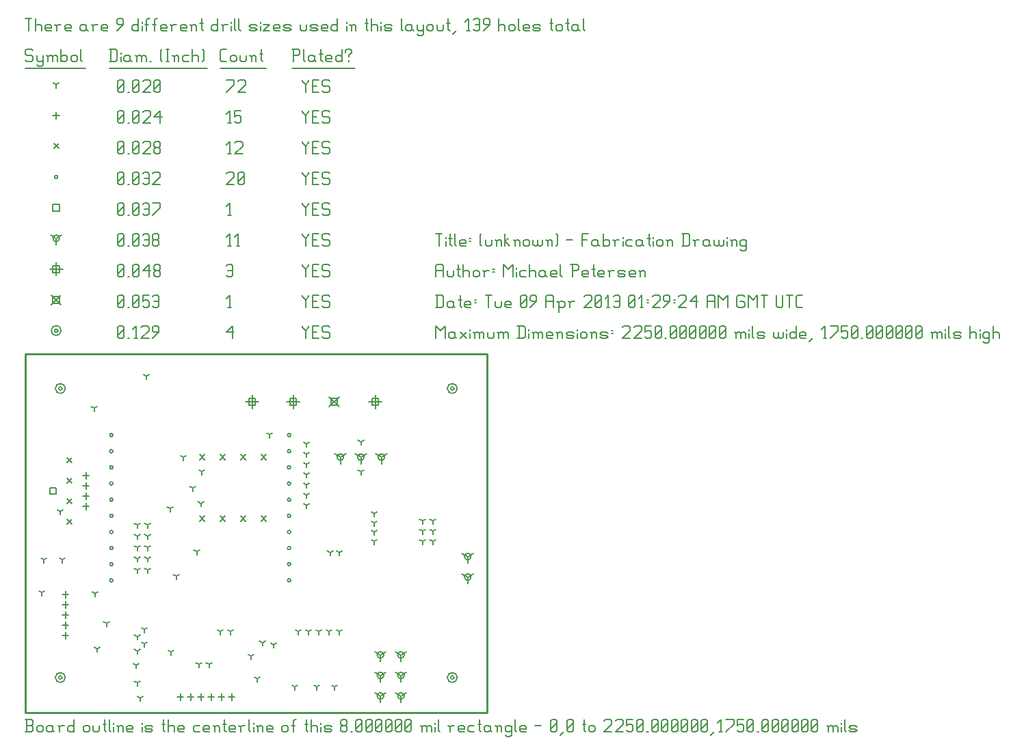
<source format=gbr>
G04 start of page 11 for group -3984 idx -3984 *
G04 Title: (unknown), fab *
G04 Creator: pcb 20110918 *
G04 CreationDate: Tue 09 Apr 2013 01:29:24 AM GMT UTC *
G04 For: railfan *
G04 Format: Gerber/RS-274X *
G04 PCB-Dimensions: 225000 175000 *
G04 PCB-Coordinate-Origin: lower left *
%MOIN*%
%FSLAX25Y25*%
%LNFAB*%
%ADD116C,0.0100*%
%ADD115C,0.0060*%
%ADD114R,0.0080X0.0080*%
G54D114*X16200Y17000D02*G75*G03X17800Y17000I800J0D01*G01*
G75*G03X16200Y17000I-800J0D01*G01*
X14600D02*G75*G03X19400Y17000I2400J0D01*G01*
G75*G03X14600Y17000I-2400J0D01*G01*
X207200D02*G75*G03X208800Y17000I800J0D01*G01*
G75*G03X207200Y17000I-800J0D01*G01*
X205600D02*G75*G03X210400Y17000I2400J0D01*G01*
G75*G03X205600Y17000I-2400J0D01*G01*
X16200Y158000D02*G75*G03X17800Y158000I800J0D01*G01*
G75*G03X16200Y158000I-800J0D01*G01*
X14600D02*G75*G03X19400Y158000I2400J0D01*G01*
G75*G03X14600Y158000I-2400J0D01*G01*
X207200D02*G75*G03X208800Y158000I800J0D01*G01*
G75*G03X207200Y158000I-800J0D01*G01*
X205600D02*G75*G03X210400Y158000I2400J0D01*G01*
G75*G03X205600Y158000I-2400J0D01*G01*
X14200Y186250D02*G75*G03X15800Y186250I800J0D01*G01*
G75*G03X14200Y186250I-800J0D01*G01*
X12600D02*G75*G03X17400Y186250I2400J0D01*G01*
G75*G03X12600Y186250I-2400J0D01*G01*
G54D115*X135000Y188500D02*Y187750D01*
X136500Y186250D01*
X138000Y187750D01*
Y188500D02*Y187750D01*
X136500Y186250D02*Y182500D01*
X139800Y185500D02*X142050D01*
X139800Y182500D02*X142800D01*
X139800Y188500D02*Y182500D01*
Y188500D02*X142800D01*
X147600D02*X148350Y187750D01*
X145350Y188500D02*X147600D01*
X144600Y187750D02*X145350Y188500D01*
X144600Y187750D02*Y186250D01*
X145350Y185500D01*
X147600D01*
X148350Y184750D01*
Y183250D01*
X147600Y182500D02*X148350Y183250D01*
X145350Y182500D02*X147600D01*
X144600Y183250D02*X145350Y182500D01*
X98000Y185500D02*X101000Y188500D01*
X98000Y185500D02*X101750D01*
X101000Y188500D02*Y182500D01*
X45000Y183250D02*X45750Y182500D01*
X45000Y187750D02*Y183250D01*
Y187750D02*X45750Y188500D01*
X47250D01*
X48000Y187750D01*
Y183250D01*
X47250Y182500D02*X48000Y183250D01*
X45750Y182500D02*X47250D01*
X45000Y184000D02*X48000Y187000D01*
X49800Y182500D02*X50550D01*
X53100D02*X54600D01*
X53850Y188500D02*Y182500D01*
X52350Y187000D02*X53850Y188500D01*
X56400Y187750D02*X57150Y188500D01*
X59400D01*
X60150Y187750D01*
Y186250D01*
X56400Y182500D02*X60150Y186250D01*
X56400Y182500D02*X60150D01*
X61950D02*X64950Y185500D01*
Y187750D02*Y185500D01*
X64200Y188500D02*X64950Y187750D01*
X62700Y188500D02*X64200D01*
X61950Y187750D02*X62700Y188500D01*
X61950Y187750D02*Y186250D01*
X62700Y185500D01*
X64950D01*
X148100Y153900D02*X152900Y149100D01*
X148100D02*X152900Y153900D01*
X148900Y153100D02*X152100D01*
X148900D02*Y149900D01*
X152100D01*
Y153100D02*Y149900D01*
X12600Y203650D02*X17400Y198850D01*
X12600D02*X17400Y203650D01*
X13400Y202850D02*X16600D01*
X13400D02*Y199650D01*
X16600D01*
Y202850D02*Y199650D01*
X135000Y203500D02*Y202750D01*
X136500Y201250D01*
X138000Y202750D01*
Y203500D02*Y202750D01*
X136500Y201250D02*Y197500D01*
X139800Y200500D02*X142050D01*
X139800Y197500D02*X142800D01*
X139800Y203500D02*Y197500D01*
Y203500D02*X142800D01*
X147600D02*X148350Y202750D01*
X145350Y203500D02*X147600D01*
X144600Y202750D02*X145350Y203500D01*
X144600Y202750D02*Y201250D01*
X145350Y200500D01*
X147600D01*
X148350Y199750D01*
Y198250D01*
X147600Y197500D02*X148350Y198250D01*
X145350Y197500D02*X147600D01*
X144600Y198250D02*X145350Y197500D01*
X98750D02*X100250D01*
X99500Y203500D02*Y197500D01*
X98000Y202000D02*X99500Y203500D01*
X45000Y198250D02*X45750Y197500D01*
X45000Y202750D02*Y198250D01*
Y202750D02*X45750Y203500D01*
X47250D01*
X48000Y202750D01*
Y198250D01*
X47250Y197500D02*X48000Y198250D01*
X45750Y197500D02*X47250D01*
X45000Y199000D02*X48000Y202000D01*
X49800Y197500D02*X50550D01*
X52350Y198250D02*X53100Y197500D01*
X52350Y202750D02*Y198250D01*
Y202750D02*X53100Y203500D01*
X54600D01*
X55350Y202750D01*
Y198250D01*
X54600Y197500D02*X55350Y198250D01*
X53100Y197500D02*X54600D01*
X52350Y199000D02*X55350Y202000D01*
X57150Y203500D02*X60150D01*
X57150D02*Y200500D01*
X57900Y201250D01*
X59400D01*
X60150Y200500D01*
Y198250D01*
X59400Y197500D02*X60150Y198250D01*
X57900Y197500D02*X59400D01*
X57150Y198250D02*X57900Y197500D01*
X61950Y202750D02*X62700Y203500D01*
X64200D01*
X64950Y202750D01*
Y198250D01*
X64200Y197500D02*X64950Y198250D01*
X62700Y197500D02*X64200D01*
X61950Y198250D02*X62700Y197500D01*
Y200500D02*X64950D01*
X170500Y154700D02*Y148300D01*
X167300Y151500D02*X173700D01*
X168900Y153100D02*X172100D01*
X168900D02*Y149900D01*
X172100D01*
Y153100D02*Y149900D01*
X130500Y154700D02*Y148300D01*
X127300Y151500D02*X133700D01*
X128900Y153100D02*X132100D01*
X128900D02*Y149900D01*
X132100D01*
Y153100D02*Y149900D01*
X110500Y154700D02*Y148300D01*
X107300Y151500D02*X113700D01*
X108900Y153100D02*X112100D01*
X108900D02*Y149900D01*
X112100D01*
Y153100D02*Y149900D01*
X15000Y219450D02*Y213050D01*
X11800Y216250D02*X18200D01*
X13400Y217850D02*X16600D01*
X13400D02*Y214650D01*
X16600D01*
Y217850D02*Y214650D01*
X135000Y218500D02*Y217750D01*
X136500Y216250D01*
X138000Y217750D01*
Y218500D02*Y217750D01*
X136500Y216250D02*Y212500D01*
X139800Y215500D02*X142050D01*
X139800Y212500D02*X142800D01*
X139800Y218500D02*Y212500D01*
Y218500D02*X142800D01*
X147600D02*X148350Y217750D01*
X145350Y218500D02*X147600D01*
X144600Y217750D02*X145350Y218500D01*
X144600Y217750D02*Y216250D01*
X145350Y215500D01*
X147600D01*
X148350Y214750D01*
Y213250D01*
X147600Y212500D02*X148350Y213250D01*
X145350Y212500D02*X147600D01*
X144600Y213250D02*X145350Y212500D01*
X98000Y217750D02*X98750Y218500D01*
X100250D01*
X101000Y217750D01*
Y213250D01*
X100250Y212500D02*X101000Y213250D01*
X98750Y212500D02*X100250D01*
X98000Y213250D02*X98750Y212500D01*
Y215500D02*X101000D01*
X45000Y213250D02*X45750Y212500D01*
X45000Y217750D02*Y213250D01*
Y217750D02*X45750Y218500D01*
X47250D01*
X48000Y217750D01*
Y213250D01*
X47250Y212500D02*X48000Y213250D01*
X45750Y212500D02*X47250D01*
X45000Y214000D02*X48000Y217000D01*
X49800Y212500D02*X50550D01*
X52350Y213250D02*X53100Y212500D01*
X52350Y217750D02*Y213250D01*
Y217750D02*X53100Y218500D01*
X54600D01*
X55350Y217750D01*
Y213250D01*
X54600Y212500D02*X55350Y213250D01*
X53100Y212500D02*X54600D01*
X52350Y214000D02*X55350Y217000D01*
X57150Y215500D02*X60150Y218500D01*
X57150Y215500D02*X60900D01*
X60150Y218500D02*Y212500D01*
X62700Y213250D02*X63450Y212500D01*
X62700Y214750D02*Y213250D01*
Y214750D02*X63450Y215500D01*
X64950D01*
X65700Y214750D01*
Y213250D01*
X64950Y212500D02*X65700Y213250D01*
X63450Y212500D02*X64950D01*
X62700Y216250D02*X63450Y215500D01*
X62700Y217750D02*Y216250D01*
Y217750D02*X63450Y218500D01*
X64950D01*
X65700Y217750D01*
Y216250D01*
X64950Y215500D02*X65700Y216250D01*
X173500Y124500D02*Y121300D01*
Y124500D02*X176273Y126100D01*
X173500Y124500D02*X170727Y126100D01*
X171900Y124500D02*G75*G03X175100Y124500I1600J0D01*G01*
G75*G03X171900Y124500I-1600J0D01*G01*
X163500D02*Y121300D01*
Y124500D02*X166273Y126100D01*
X163500Y124500D02*X160727Y126100D01*
X161900Y124500D02*G75*G03X165100Y124500I1600J0D01*G01*
G75*G03X161900Y124500I-1600J0D01*G01*
X153500D02*Y121300D01*
Y124500D02*X156273Y126100D01*
X153500Y124500D02*X150727Y126100D01*
X151900Y124500D02*G75*G03X155100Y124500I1600J0D01*G01*
G75*G03X151900Y124500I-1600J0D01*G01*
X215500Y76000D02*Y72800D01*
Y76000D02*X218273Y77600D01*
X215500Y76000D02*X212727Y77600D01*
X213900Y76000D02*G75*G03X217100Y76000I1600J0D01*G01*
G75*G03X213900Y76000I-1600J0D01*G01*
X215500Y66000D02*Y62800D01*
Y66000D02*X218273Y67600D01*
X215500Y66000D02*X212727Y67600D01*
X213900Y66000D02*G75*G03X217100Y66000I1600J0D01*G01*
G75*G03X213900Y66000I-1600J0D01*G01*
X173000Y28000D02*Y24800D01*
Y28000D02*X175773Y29600D01*
X173000Y28000D02*X170227Y29600D01*
X171400Y28000D02*G75*G03X174600Y28000I1600J0D01*G01*
G75*G03X171400Y28000I-1600J0D01*G01*
X173000Y18000D02*Y14800D01*
Y18000D02*X175773Y19600D01*
X173000Y18000D02*X170227Y19600D01*
X171400Y18000D02*G75*G03X174600Y18000I1600J0D01*G01*
G75*G03X171400Y18000I-1600J0D01*G01*
X173000Y8000D02*Y4800D01*
Y8000D02*X175773Y9600D01*
X173000Y8000D02*X170227Y9600D01*
X171400Y8000D02*G75*G03X174600Y8000I1600J0D01*G01*
G75*G03X171400Y8000I-1600J0D01*G01*
X183000Y28000D02*Y24800D01*
Y28000D02*X185773Y29600D01*
X183000Y28000D02*X180227Y29600D01*
X181400Y28000D02*G75*G03X184600Y28000I1600J0D01*G01*
G75*G03X181400Y28000I-1600J0D01*G01*
X183000Y18000D02*Y14800D01*
Y18000D02*X185773Y19600D01*
X183000Y18000D02*X180227Y19600D01*
X181400Y18000D02*G75*G03X184600Y18000I1600J0D01*G01*
G75*G03X181400Y18000I-1600J0D01*G01*
X183000Y8000D02*Y4800D01*
Y8000D02*X185773Y9600D01*
X183000Y8000D02*X180227Y9600D01*
X181400Y8000D02*G75*G03X184600Y8000I1600J0D01*G01*
G75*G03X181400Y8000I-1600J0D01*G01*
X15000Y231250D02*Y228050D01*
Y231250D02*X17773Y232850D01*
X15000Y231250D02*X12227Y232850D01*
X13400Y231250D02*G75*G03X16600Y231250I1600J0D01*G01*
G75*G03X13400Y231250I-1600J0D01*G01*
X135000Y233500D02*Y232750D01*
X136500Y231250D01*
X138000Y232750D01*
Y233500D02*Y232750D01*
X136500Y231250D02*Y227500D01*
X139800Y230500D02*X142050D01*
X139800Y227500D02*X142800D01*
X139800Y233500D02*Y227500D01*
Y233500D02*X142800D01*
X147600D02*X148350Y232750D01*
X145350Y233500D02*X147600D01*
X144600Y232750D02*X145350Y233500D01*
X144600Y232750D02*Y231250D01*
X145350Y230500D01*
X147600D01*
X148350Y229750D01*
Y228250D01*
X147600Y227500D02*X148350Y228250D01*
X145350Y227500D02*X147600D01*
X144600Y228250D02*X145350Y227500D01*
X98750D02*X100250D01*
X99500Y233500D02*Y227500D01*
X98000Y232000D02*X99500Y233500D01*
X102800Y227500D02*X104300D01*
X103550Y233500D02*Y227500D01*
X102050Y232000D02*X103550Y233500D01*
X45000Y228250D02*X45750Y227500D01*
X45000Y232750D02*Y228250D01*
Y232750D02*X45750Y233500D01*
X47250D01*
X48000Y232750D01*
Y228250D01*
X47250Y227500D02*X48000Y228250D01*
X45750Y227500D02*X47250D01*
X45000Y229000D02*X48000Y232000D01*
X49800Y227500D02*X50550D01*
X52350Y228250D02*X53100Y227500D01*
X52350Y232750D02*Y228250D01*
Y232750D02*X53100Y233500D01*
X54600D01*
X55350Y232750D01*
Y228250D01*
X54600Y227500D02*X55350Y228250D01*
X53100Y227500D02*X54600D01*
X52350Y229000D02*X55350Y232000D01*
X57150Y232750D02*X57900Y233500D01*
X59400D01*
X60150Y232750D01*
Y228250D01*
X59400Y227500D02*X60150Y228250D01*
X57900Y227500D02*X59400D01*
X57150Y228250D02*X57900Y227500D01*
Y230500D02*X60150D01*
X61950Y228250D02*X62700Y227500D01*
X61950Y229750D02*Y228250D01*
Y229750D02*X62700Y230500D01*
X64200D01*
X64950Y229750D01*
Y228250D01*
X64200Y227500D02*X64950Y228250D01*
X62700Y227500D02*X64200D01*
X61950Y231250D02*X62700Y230500D01*
X61950Y232750D02*Y231250D01*
Y232750D02*X62700Y233500D01*
X64200D01*
X64950Y232750D01*
Y231250D01*
X64200Y230500D02*X64950Y231250D01*
X11900Y109600D02*X15100D01*
X11900D02*Y106400D01*
X15100D01*
Y109600D02*Y106400D01*
X13400Y247850D02*X16600D01*
X13400D02*Y244650D01*
X16600D01*
Y247850D02*Y244650D01*
X135000Y248500D02*Y247750D01*
X136500Y246250D01*
X138000Y247750D01*
Y248500D02*Y247750D01*
X136500Y246250D02*Y242500D01*
X139800Y245500D02*X142050D01*
X139800Y242500D02*X142800D01*
X139800Y248500D02*Y242500D01*
Y248500D02*X142800D01*
X147600D02*X148350Y247750D01*
X145350Y248500D02*X147600D01*
X144600Y247750D02*X145350Y248500D01*
X144600Y247750D02*Y246250D01*
X145350Y245500D01*
X147600D01*
X148350Y244750D01*
Y243250D01*
X147600Y242500D02*X148350Y243250D01*
X145350Y242500D02*X147600D01*
X144600Y243250D02*X145350Y242500D01*
X98750D02*X100250D01*
X99500Y248500D02*Y242500D01*
X98000Y247000D02*X99500Y248500D01*
X45000Y243250D02*X45750Y242500D01*
X45000Y247750D02*Y243250D01*
Y247750D02*X45750Y248500D01*
X47250D01*
X48000Y247750D01*
Y243250D01*
X47250Y242500D02*X48000Y243250D01*
X45750Y242500D02*X47250D01*
X45000Y244000D02*X48000Y247000D01*
X49800Y242500D02*X50550D01*
X52350Y243250D02*X53100Y242500D01*
X52350Y247750D02*Y243250D01*
Y247750D02*X53100Y248500D01*
X54600D01*
X55350Y247750D01*
Y243250D01*
X54600Y242500D02*X55350Y243250D01*
X53100Y242500D02*X54600D01*
X52350Y244000D02*X55350Y247000D01*
X57150Y247750D02*X57900Y248500D01*
X59400D01*
X60150Y247750D01*
Y243250D01*
X59400Y242500D02*X60150Y243250D01*
X57900Y242500D02*X59400D01*
X57150Y243250D02*X57900Y242500D01*
Y245500D02*X60150D01*
X61950Y242500D02*X65700Y246250D01*
Y248500D02*Y246250D01*
X61950Y248500D02*X65700D01*
X41086Y135248D02*G75*G03X42686Y135248I800J0D01*G01*
G75*G03X41086Y135248I-800J0D01*G01*
Y127374D02*G75*G03X42686Y127374I800J0D01*G01*
G75*G03X41086Y127374I-800J0D01*G01*
Y119500D02*G75*G03X42686Y119500I800J0D01*G01*
G75*G03X41086Y119500I-800J0D01*G01*
Y111626D02*G75*G03X42686Y111626I800J0D01*G01*
G75*G03X41086Y111626I-800J0D01*G01*
Y103752D02*G75*G03X42686Y103752I800J0D01*G01*
G75*G03X41086Y103752I-800J0D01*G01*
Y95878D02*G75*G03X42686Y95878I800J0D01*G01*
G75*G03X41086Y95878I-800J0D01*G01*
Y88004D02*G75*G03X42686Y88004I800J0D01*G01*
G75*G03X41086Y88004I-800J0D01*G01*
Y80130D02*G75*G03X42686Y80130I800J0D01*G01*
G75*G03X41086Y80130I-800J0D01*G01*
Y72256D02*G75*G03X42686Y72256I800J0D01*G01*
G75*G03X41086Y72256I-800J0D01*G01*
Y64382D02*G75*G03X42686Y64382I800J0D01*G01*
G75*G03X41086Y64382I-800J0D01*G01*
X127700Y135248D02*G75*G03X129300Y135248I800J0D01*G01*
G75*G03X127700Y135248I-800J0D01*G01*
Y127374D02*G75*G03X129300Y127374I800J0D01*G01*
G75*G03X127700Y127374I-800J0D01*G01*
Y119500D02*G75*G03X129300Y119500I800J0D01*G01*
G75*G03X127700Y119500I-800J0D01*G01*
Y111626D02*G75*G03X129300Y111626I800J0D01*G01*
G75*G03X127700Y111626I-800J0D01*G01*
Y103752D02*G75*G03X129300Y103752I800J0D01*G01*
G75*G03X127700Y103752I-800J0D01*G01*
Y95878D02*G75*G03X129300Y95878I800J0D01*G01*
G75*G03X127700Y95878I-800J0D01*G01*
Y88004D02*G75*G03X129300Y88004I800J0D01*G01*
G75*G03X127700Y88004I-800J0D01*G01*
Y80130D02*G75*G03X129300Y80130I800J0D01*G01*
G75*G03X127700Y80130I-800J0D01*G01*
Y72256D02*G75*G03X129300Y72256I800J0D01*G01*
G75*G03X127700Y72256I-800J0D01*G01*
Y64382D02*G75*G03X129300Y64382I800J0D01*G01*
G75*G03X127700Y64382I-800J0D01*G01*
X14200Y261250D02*G75*G03X15800Y261250I800J0D01*G01*
G75*G03X14200Y261250I-800J0D01*G01*
X135000Y263500D02*Y262750D01*
X136500Y261250D01*
X138000Y262750D01*
Y263500D02*Y262750D01*
X136500Y261250D02*Y257500D01*
X139800Y260500D02*X142050D01*
X139800Y257500D02*X142800D01*
X139800Y263500D02*Y257500D01*
Y263500D02*X142800D01*
X147600D02*X148350Y262750D01*
X145350Y263500D02*X147600D01*
X144600Y262750D02*X145350Y263500D01*
X144600Y262750D02*Y261250D01*
X145350Y260500D01*
X147600D01*
X148350Y259750D01*
Y258250D01*
X147600Y257500D02*X148350Y258250D01*
X145350Y257500D02*X147600D01*
X144600Y258250D02*X145350Y257500D01*
X98000Y262750D02*X98750Y263500D01*
X101000D01*
X101750Y262750D01*
Y261250D01*
X98000Y257500D02*X101750Y261250D01*
X98000Y257500D02*X101750D01*
X103550Y258250D02*X104300Y257500D01*
X103550Y262750D02*Y258250D01*
Y262750D02*X104300Y263500D01*
X105800D01*
X106550Y262750D01*
Y258250D01*
X105800Y257500D02*X106550Y258250D01*
X104300Y257500D02*X105800D01*
X103550Y259000D02*X106550Y262000D01*
X45000Y258250D02*X45750Y257500D01*
X45000Y262750D02*Y258250D01*
Y262750D02*X45750Y263500D01*
X47250D01*
X48000Y262750D01*
Y258250D01*
X47250Y257500D02*X48000Y258250D01*
X45750Y257500D02*X47250D01*
X45000Y259000D02*X48000Y262000D01*
X49800Y257500D02*X50550D01*
X52350Y258250D02*X53100Y257500D01*
X52350Y262750D02*Y258250D01*
Y262750D02*X53100Y263500D01*
X54600D01*
X55350Y262750D01*
Y258250D01*
X54600Y257500D02*X55350Y258250D01*
X53100Y257500D02*X54600D01*
X52350Y259000D02*X55350Y262000D01*
X57150Y262750D02*X57900Y263500D01*
X59400D01*
X60150Y262750D01*
Y258250D01*
X59400Y257500D02*X60150Y258250D01*
X57900Y257500D02*X59400D01*
X57150Y258250D02*X57900Y257500D01*
Y260500D02*X60150D01*
X61950Y262750D02*X62700Y263500D01*
X64950D01*
X65700Y262750D01*
Y261250D01*
X61950Y257500D02*X65700Y261250D01*
X61950Y257500D02*X65700D01*
X20300Y124200D02*X22700Y121800D01*
X20300D02*X22700Y124200D01*
X20300Y114200D02*X22700Y111800D01*
X20300D02*X22700Y114200D01*
X20300Y104200D02*X22700Y101800D01*
X20300D02*X22700Y104200D01*
X20300Y94200D02*X22700Y91800D01*
X20300D02*X22700Y94200D01*
X84800Y95700D02*X87200Y93300D01*
X84800D02*X87200Y95700D01*
X94800D02*X97200Y93300D01*
X94800D02*X97200Y95700D01*
X104800D02*X107200Y93300D01*
X104800D02*X107200Y95700D01*
X114800D02*X117200Y93300D01*
X114800D02*X117200Y95700D01*
X114800Y125700D02*X117200Y123300D01*
X114800D02*X117200Y125700D01*
X104800D02*X107200Y123300D01*
X104800D02*X107200Y125700D01*
X94800D02*X97200Y123300D01*
X94800D02*X97200Y125700D01*
X84800D02*X87200Y123300D01*
X84800D02*X87200Y125700D01*
X13800Y277450D02*X16200Y275050D01*
X13800D02*X16200Y277450D01*
X135000Y278500D02*Y277750D01*
X136500Y276250D01*
X138000Y277750D01*
Y278500D02*Y277750D01*
X136500Y276250D02*Y272500D01*
X139800Y275500D02*X142050D01*
X139800Y272500D02*X142800D01*
X139800Y278500D02*Y272500D01*
Y278500D02*X142800D01*
X147600D02*X148350Y277750D01*
X145350Y278500D02*X147600D01*
X144600Y277750D02*X145350Y278500D01*
X144600Y277750D02*Y276250D01*
X145350Y275500D01*
X147600D01*
X148350Y274750D01*
Y273250D01*
X147600Y272500D02*X148350Y273250D01*
X145350Y272500D02*X147600D01*
X144600Y273250D02*X145350Y272500D01*
X98750D02*X100250D01*
X99500Y278500D02*Y272500D01*
X98000Y277000D02*X99500Y278500D01*
X102050Y277750D02*X102800Y278500D01*
X105050D01*
X105800Y277750D01*
Y276250D01*
X102050Y272500D02*X105800Y276250D01*
X102050Y272500D02*X105800D01*
X45000Y273250D02*X45750Y272500D01*
X45000Y277750D02*Y273250D01*
Y277750D02*X45750Y278500D01*
X47250D01*
X48000Y277750D01*
Y273250D01*
X47250Y272500D02*X48000Y273250D01*
X45750Y272500D02*X47250D01*
X45000Y274000D02*X48000Y277000D01*
X49800Y272500D02*X50550D01*
X52350Y273250D02*X53100Y272500D01*
X52350Y277750D02*Y273250D01*
Y277750D02*X53100Y278500D01*
X54600D01*
X55350Y277750D01*
Y273250D01*
X54600Y272500D02*X55350Y273250D01*
X53100Y272500D02*X54600D01*
X52350Y274000D02*X55350Y277000D01*
X57150Y277750D02*X57900Y278500D01*
X60150D01*
X60900Y277750D01*
Y276250D01*
X57150Y272500D02*X60900Y276250D01*
X57150Y272500D02*X60900D01*
X62700Y273250D02*X63450Y272500D01*
X62700Y274750D02*Y273250D01*
Y274750D02*X63450Y275500D01*
X64950D01*
X65700Y274750D01*
Y273250D01*
X64950Y272500D02*X65700Y273250D01*
X63450Y272500D02*X64950D01*
X62700Y276250D02*X63450Y275500D01*
X62700Y277750D02*Y276250D01*
Y277750D02*X63450Y278500D01*
X64950D01*
X65700Y277750D01*
Y276250D01*
X64950Y275500D02*X65700Y276250D01*
X29500Y117100D02*Y113900D01*
X27900Y115500D02*X31100D01*
X29500Y112100D02*Y108900D01*
X27900Y110500D02*X31100D01*
X29500Y107100D02*Y103900D01*
X27900Y105500D02*X31100D01*
X29500Y102100D02*Y98900D01*
X27900Y100500D02*X31100D01*
X19500Y59100D02*Y55900D01*
X17900Y57500D02*X21100D01*
X19500Y54100D02*Y50900D01*
X17900Y52500D02*X21100D01*
X19500Y49100D02*Y45900D01*
X17900Y47500D02*X21100D01*
X19500Y44100D02*Y40900D01*
X17900Y42500D02*X21100D01*
X19500Y39100D02*Y35900D01*
X17900Y37500D02*X21100D01*
X100500Y9100D02*Y5900D01*
X98900Y7500D02*X102100D01*
X95500Y9100D02*Y5900D01*
X93900Y7500D02*X97100D01*
X90500Y9100D02*Y5900D01*
X88900Y7500D02*X92100D01*
X85500Y9100D02*Y5900D01*
X83900Y7500D02*X87100D01*
X80500Y9100D02*Y5900D01*
X78900Y7500D02*X82100D01*
X75500Y9100D02*Y5900D01*
X73900Y7500D02*X77100D01*
X15000Y292850D02*Y289650D01*
X13400Y291250D02*X16600D01*
X135000Y293500D02*Y292750D01*
X136500Y291250D01*
X138000Y292750D01*
Y293500D02*Y292750D01*
X136500Y291250D02*Y287500D01*
X139800Y290500D02*X142050D01*
X139800Y287500D02*X142800D01*
X139800Y293500D02*Y287500D01*
Y293500D02*X142800D01*
X147600D02*X148350Y292750D01*
X145350Y293500D02*X147600D01*
X144600Y292750D02*X145350Y293500D01*
X144600Y292750D02*Y291250D01*
X145350Y290500D01*
X147600D01*
X148350Y289750D01*
Y288250D01*
X147600Y287500D02*X148350Y288250D01*
X145350Y287500D02*X147600D01*
X144600Y288250D02*X145350Y287500D01*
X98750D02*X100250D01*
X99500Y293500D02*Y287500D01*
X98000Y292000D02*X99500Y293500D01*
X102050D02*X105050D01*
X102050D02*Y290500D01*
X102800Y291250D01*
X104300D01*
X105050Y290500D01*
Y288250D01*
X104300Y287500D02*X105050Y288250D01*
X102800Y287500D02*X104300D01*
X102050Y288250D02*X102800Y287500D01*
X45000Y288250D02*X45750Y287500D01*
X45000Y292750D02*Y288250D01*
Y292750D02*X45750Y293500D01*
X47250D01*
X48000Y292750D01*
Y288250D01*
X47250Y287500D02*X48000Y288250D01*
X45750Y287500D02*X47250D01*
X45000Y289000D02*X48000Y292000D01*
X49800Y287500D02*X50550D01*
X52350Y288250D02*X53100Y287500D01*
X52350Y292750D02*Y288250D01*
Y292750D02*X53100Y293500D01*
X54600D01*
X55350Y292750D01*
Y288250D01*
X54600Y287500D02*X55350Y288250D01*
X53100Y287500D02*X54600D01*
X52350Y289000D02*X55350Y292000D01*
X57150Y292750D02*X57900Y293500D01*
X60150D01*
X60900Y292750D01*
Y291250D01*
X57150Y287500D02*X60900Y291250D01*
X57150Y287500D02*X60900D01*
X62700Y290500D02*X65700Y293500D01*
X62700Y290500D02*X66450D01*
X65700Y293500D02*Y287500D01*
X150606Y12500D02*Y10900D01*
Y12500D02*X151993Y13300D01*
X150606Y12500D02*X149219Y13300D01*
X131394Y12500D02*Y10900D01*
Y12500D02*X132781Y13300D01*
X131394Y12500D02*X130007Y13300D01*
X85500Y102000D02*Y100400D01*
Y102000D02*X86887Y102800D01*
X85500Y102000D02*X84113Y102800D01*
X77000Y124500D02*Y122900D01*
Y124500D02*X78387Y125300D01*
X77000Y124500D02*X75613Y125300D01*
X170000Y83500D02*Y81900D01*
Y83500D02*X171387Y84300D01*
X170000Y83500D02*X168613Y84300D01*
X170000Y97000D02*Y95400D01*
Y97000D02*X171387Y97800D01*
X170000Y97000D02*X168613Y97800D01*
X170000Y88000D02*Y86400D01*
Y88000D02*X171387Y88800D01*
X170000Y88000D02*X168613Y88800D01*
X153000Y78000D02*Y76400D01*
Y78000D02*X154387Y78800D01*
X153000Y78000D02*X151613Y78800D01*
X148500Y78000D02*Y76400D01*
Y78000D02*X149887Y78800D01*
X148500Y78000D02*X147113Y78800D01*
X193500Y93500D02*Y91900D01*
Y93500D02*X194887Y94300D01*
X193500Y93500D02*X192113Y94300D01*
X198500Y93500D02*Y91900D01*
Y93500D02*X199887Y94300D01*
X198500Y93500D02*X197113Y94300D01*
X170000Y92500D02*Y90900D01*
Y92500D02*X171387Y93300D01*
X170000Y92500D02*X168613Y93300D01*
X142000Y12500D02*Y10900D01*
Y12500D02*X143387Y13300D01*
X142000Y12500D02*X140613Y13300D01*
X137000Y101000D02*Y99400D01*
Y101000D02*X138387Y101800D01*
X137000Y101000D02*X135613Y101800D01*
X89500Y23500D02*Y21900D01*
Y23500D02*X90887Y24300D01*
X89500Y23500D02*X88113Y24300D01*
X137000Y131000D02*Y129400D01*
Y131000D02*X138387Y131800D01*
X137000Y131000D02*X135613Y131800D01*
X137000Y126000D02*Y124400D01*
Y126000D02*X138387Y126800D01*
X137000Y126000D02*X135613Y126800D01*
X137000Y121000D02*Y119400D01*
Y121000D02*X138387Y121800D01*
X137000Y121000D02*X135613Y121800D01*
X137000Y116000D02*Y114400D01*
Y116000D02*X138387Y116800D01*
X137000Y116000D02*X135613Y116800D01*
X137000Y111000D02*Y109400D01*
Y111000D02*X138387Y111800D01*
X137000Y111000D02*X135613Y111800D01*
X137000Y106000D02*Y104400D01*
Y106000D02*X138387Y106800D01*
X137000Y106000D02*X135613Y106800D01*
X59500Y86000D02*Y84400D01*
Y86000D02*X60887Y86800D01*
X59500Y86000D02*X58113Y86800D01*
X34000Y58000D02*Y56400D01*
Y58000D02*X35387Y58800D01*
X34000Y58000D02*X32613Y58800D01*
X54500Y86000D02*Y84400D01*
Y86000D02*X55887Y86800D01*
X54500Y86000D02*X53113Y86800D01*
X54500Y91500D02*Y89900D01*
Y91500D02*X55887Y92300D01*
X54500Y91500D02*X53113Y92300D01*
X59500Y91500D02*Y89900D01*
Y91500D02*X60887Y92300D01*
X59500Y91500D02*X58113Y92300D01*
X193500Y83500D02*Y81900D01*
Y83500D02*X194887Y84300D01*
X193500Y83500D02*X192113Y84300D01*
X59500Y80500D02*Y78900D01*
Y80500D02*X60887Y81300D01*
X59500Y80500D02*X58113Y81300D01*
X54500Y80500D02*Y78900D01*
Y80500D02*X55887Y81300D01*
X54500Y80500D02*X53113Y81300D01*
X115500Y34000D02*Y32400D01*
Y34000D02*X116887Y34800D01*
X115500Y34000D02*X114113Y34800D01*
X143000Y39500D02*Y37900D01*
Y39500D02*X144387Y40300D01*
X143000Y39500D02*X141613Y40300D01*
X148000Y39500D02*Y37900D01*
Y39500D02*X149387Y40300D01*
X148000Y39500D02*X146613Y40300D01*
X153000Y39500D02*Y37900D01*
Y39500D02*X154387Y40300D01*
X153000Y39500D02*X151613Y40300D01*
X138000Y39500D02*Y37900D01*
Y39500D02*X139387Y40300D01*
X138000Y39500D02*X136613Y40300D01*
X133000Y39500D02*Y37900D01*
Y39500D02*X134387Y40300D01*
X133000Y39500D02*X131613Y40300D01*
X95000Y39500D02*Y37900D01*
Y39500D02*X96387Y40300D01*
X95000Y39500D02*X93613Y40300D01*
X100000Y39500D02*Y37900D01*
Y39500D02*X101387Y40300D01*
X100000Y39500D02*X98613Y40300D01*
X73500Y66500D02*Y64900D01*
Y66500D02*X74887Y67300D01*
X73500Y66500D02*X72113Y67300D01*
X198500Y83500D02*Y81900D01*
Y83500D02*X199887Y84300D01*
X198500Y83500D02*X197113Y84300D01*
X58000Y40500D02*Y38900D01*
Y40500D02*X59387Y41300D01*
X58000Y40500D02*X56613Y41300D01*
X54500Y37000D02*Y35400D01*
Y37000D02*X55887Y37800D01*
X54500Y37000D02*X53113Y37800D01*
X58000Y33500D02*Y31900D01*
Y33500D02*X59387Y34300D01*
X58000Y33500D02*X56613Y34300D01*
X70500Y99500D02*Y97900D01*
Y99500D02*X71887Y100300D01*
X70500Y99500D02*X69113Y100300D01*
X81500Y109500D02*Y107900D01*
Y109500D02*X82887Y110300D01*
X81500Y109500D02*X80113Y110300D01*
X86000Y117500D02*Y115900D01*
Y117500D02*X87387Y118300D01*
X86000Y117500D02*X84613Y118300D01*
X83500Y78500D02*Y76900D01*
Y78500D02*X84887Y79300D01*
X83500Y78500D02*X82113Y79300D01*
X121000Y33000D02*Y31400D01*
Y33000D02*X122387Y33800D01*
X121000Y33000D02*X119613Y33800D01*
X33500Y148500D02*Y146900D01*
Y148500D02*X34887Y149300D01*
X33500Y148500D02*X32113Y149300D01*
X84500Y23500D02*Y21900D01*
Y23500D02*X85887Y24300D01*
X84500Y23500D02*X83113Y24300D01*
X59500Y75000D02*Y73400D01*
Y75000D02*X60887Y75800D01*
X59500Y75000D02*X58113Y75800D01*
X54500Y75000D02*Y73400D01*
Y75000D02*X55887Y75800D01*
X54500Y75000D02*X53113Y75800D01*
X59500Y69500D02*Y67900D01*
Y69500D02*X60887Y70300D01*
X59500Y69500D02*X58113Y70300D01*
X54500Y69500D02*Y67900D01*
Y69500D02*X55887Y70300D01*
X54500Y69500D02*X53113Y70300D01*
X193500Y88500D02*Y86900D01*
Y88500D02*X194887Y89300D01*
X193500Y88500D02*X192113Y89300D01*
X198500Y88500D02*Y86900D01*
Y88500D02*X199887Y89300D01*
X198500Y88500D02*X197113Y89300D01*
X54500Y14500D02*Y12900D01*
Y14500D02*X55887Y15300D01*
X54500Y14500D02*X53113Y15300D01*
X39500Y43500D02*Y41900D01*
Y43500D02*X40887Y44300D01*
X39500Y43500D02*X38113Y44300D01*
X35000Y31000D02*Y29400D01*
Y31000D02*X36387Y31800D01*
X35000Y31000D02*X33613Y31800D01*
X56000Y7000D02*Y5400D01*
Y7000D02*X57387Y7800D01*
X56000Y7000D02*X54613Y7800D01*
X17000Y98000D02*Y96400D01*
Y98000D02*X18387Y98800D01*
X17000Y98000D02*X15613Y98800D01*
X8000Y58500D02*Y56900D01*
Y58500D02*X9387Y59300D01*
X8000Y58500D02*X6613Y59300D01*
X18000Y74500D02*Y72900D01*
Y74500D02*X19387Y75300D01*
X18000Y74500D02*X16613Y75300D01*
X9000Y74500D02*Y72900D01*
Y74500D02*X10387Y75300D01*
X9000Y74500D02*X7613Y75300D01*
X71000Y29500D02*Y27900D01*
Y29500D02*X72387Y30300D01*
X71000Y29500D02*X69613Y30300D01*
X113000Y16500D02*Y14900D01*
Y16500D02*X114387Y17300D01*
X113000Y16500D02*X111613Y17300D01*
X59000Y164000D02*Y162400D01*
Y164000D02*X60387Y164800D01*
X59000Y164000D02*X57613Y164800D01*
X163500Y117500D02*Y115900D01*
Y117500D02*X164887Y118300D01*
X163500Y117500D02*X162113Y118300D01*
X163500Y132000D02*Y130400D01*
Y132000D02*X164887Y132800D01*
X163500Y132000D02*X162113Y132800D01*
X110000Y27500D02*Y25900D01*
Y27500D02*X111387Y28300D01*
X110000Y27500D02*X108613Y28300D01*
X54500Y30000D02*Y28400D01*
Y30000D02*X55887Y30800D01*
X54500Y30000D02*X53113Y30800D01*
X54000Y23000D02*Y21400D01*
Y23000D02*X55387Y23800D01*
X54000Y23000D02*X52613Y23800D01*
X119000Y135500D02*Y133900D01*
Y135500D02*X120387Y136300D01*
X119000Y135500D02*X117613Y136300D01*
X15000Y306250D02*Y304650D01*
Y306250D02*X16387Y307050D01*
X15000Y306250D02*X13613Y307050D01*
X135000Y308500D02*Y307750D01*
X136500Y306250D01*
X138000Y307750D01*
Y308500D02*Y307750D01*
X136500Y306250D02*Y302500D01*
X139800Y305500D02*X142050D01*
X139800Y302500D02*X142800D01*
X139800Y308500D02*Y302500D01*
Y308500D02*X142800D01*
X147600D02*X148350Y307750D01*
X145350Y308500D02*X147600D01*
X144600Y307750D02*X145350Y308500D01*
X144600Y307750D02*Y306250D01*
X145350Y305500D01*
X147600D01*
X148350Y304750D01*
Y303250D01*
X147600Y302500D02*X148350Y303250D01*
X145350Y302500D02*X147600D01*
X144600Y303250D02*X145350Y302500D01*
X98000D02*X101750Y306250D01*
Y308500D02*Y306250D01*
X98000Y308500D02*X101750D01*
X103550Y307750D02*X104300Y308500D01*
X106550D01*
X107300Y307750D01*
Y306250D01*
X103550Y302500D02*X107300Y306250D01*
X103550Y302500D02*X107300D01*
X45000Y303250D02*X45750Y302500D01*
X45000Y307750D02*Y303250D01*
Y307750D02*X45750Y308500D01*
X47250D01*
X48000Y307750D01*
Y303250D01*
X47250Y302500D02*X48000Y303250D01*
X45750Y302500D02*X47250D01*
X45000Y304000D02*X48000Y307000D01*
X49800Y302500D02*X50550D01*
X52350Y303250D02*X53100Y302500D01*
X52350Y307750D02*Y303250D01*
Y307750D02*X53100Y308500D01*
X54600D01*
X55350Y307750D01*
Y303250D01*
X54600Y302500D02*X55350Y303250D01*
X53100Y302500D02*X54600D01*
X52350Y304000D02*X55350Y307000D01*
X57150Y307750D02*X57900Y308500D01*
X60150D01*
X60900Y307750D01*
Y306250D01*
X57150Y302500D02*X60900Y306250D01*
X57150Y302500D02*X60900D01*
X62700Y303250D02*X63450Y302500D01*
X62700Y307750D02*Y303250D01*
Y307750D02*X63450Y308500D01*
X64950D01*
X65700Y307750D01*
Y303250D01*
X64950Y302500D02*X65700Y303250D01*
X63450Y302500D02*X64950D01*
X62700Y304000D02*X65700Y307000D01*
X3000Y323500D02*X3750Y322750D01*
X750Y323500D02*X3000D01*
X0Y322750D02*X750Y323500D01*
X0Y322750D02*Y321250D01*
X750Y320500D01*
X3000D01*
X3750Y319750D01*
Y318250D01*
X3000Y317500D02*X3750Y318250D01*
X750Y317500D02*X3000D01*
X0Y318250D02*X750Y317500D01*
X5550Y320500D02*Y318250D01*
X6300Y317500D01*
X8550Y320500D02*Y316000D01*
X7800Y315250D02*X8550Y316000D01*
X6300Y315250D02*X7800D01*
X5550Y316000D02*X6300Y315250D01*
Y317500D02*X7800D01*
X8550Y318250D01*
X11100Y319750D02*Y317500D01*
Y319750D02*X11850Y320500D01*
X12600D01*
X13350Y319750D01*
Y317500D01*
Y319750D02*X14100Y320500D01*
X14850D01*
X15600Y319750D01*
Y317500D01*
X10350Y320500D02*X11100Y319750D01*
X17400Y323500D02*Y317500D01*
Y318250D02*X18150Y317500D01*
X19650D01*
X20400Y318250D01*
Y319750D02*Y318250D01*
X19650Y320500D02*X20400Y319750D01*
X18150Y320500D02*X19650D01*
X17400Y319750D02*X18150Y320500D01*
X22200Y319750D02*Y318250D01*
Y319750D02*X22950Y320500D01*
X24450D01*
X25200Y319750D01*
Y318250D01*
X24450Y317500D02*X25200Y318250D01*
X22950Y317500D02*X24450D01*
X22200Y318250D02*X22950Y317500D01*
X27000Y323500D02*Y318250D01*
X27750Y317500D01*
X0Y314250D02*X29250D01*
X41750Y323500D02*Y317500D01*
X44000Y323500D02*X44750Y322750D01*
Y318250D01*
X44000Y317500D02*X44750Y318250D01*
X41000Y317500D02*X44000D01*
X41000Y323500D02*X44000D01*
X46550Y322000D02*Y321250D01*
Y319750D02*Y317500D01*
X50300Y320500D02*X51050Y319750D01*
X48800Y320500D02*X50300D01*
X48050Y319750D02*X48800Y320500D01*
X48050Y319750D02*Y318250D01*
X48800Y317500D01*
X51050Y320500D02*Y318250D01*
X51800Y317500D01*
X48800D02*X50300D01*
X51050Y318250D01*
X54350Y319750D02*Y317500D01*
Y319750D02*X55100Y320500D01*
X55850D01*
X56600Y319750D01*
Y317500D01*
Y319750D02*X57350Y320500D01*
X58100D01*
X58850Y319750D01*
Y317500D01*
X53600Y320500D02*X54350Y319750D01*
X60650Y317500D02*X61400D01*
X65900Y318250D02*X66650Y317500D01*
X65900Y322750D02*X66650Y323500D01*
X65900Y322750D02*Y318250D01*
X68450Y323500D02*X69950D01*
X69200D02*Y317500D01*
X68450D02*X69950D01*
X72500Y319750D02*Y317500D01*
Y319750D02*X73250Y320500D01*
X74000D01*
X74750Y319750D01*
Y317500D01*
X71750Y320500D02*X72500Y319750D01*
X77300Y320500D02*X79550D01*
X76550Y319750D02*X77300Y320500D01*
X76550Y319750D02*Y318250D01*
X77300Y317500D01*
X79550D01*
X81350Y323500D02*Y317500D01*
Y319750D02*X82100Y320500D01*
X83600D01*
X84350Y319750D01*
Y317500D01*
X86150Y323500D02*X86900Y322750D01*
Y318250D01*
X86150Y317500D02*X86900Y318250D01*
X41000Y314250D02*X88700D01*
X95750Y317500D02*X98000D01*
X95000Y318250D02*X95750Y317500D01*
X95000Y322750D02*Y318250D01*
Y322750D02*X95750Y323500D01*
X98000D01*
X99800Y319750D02*Y318250D01*
Y319750D02*X100550Y320500D01*
X102050D01*
X102800Y319750D01*
Y318250D01*
X102050Y317500D02*X102800Y318250D01*
X100550Y317500D02*X102050D01*
X99800Y318250D02*X100550Y317500D01*
X104600Y320500D02*Y318250D01*
X105350Y317500D01*
X106850D01*
X107600Y318250D01*
Y320500D02*Y318250D01*
X110150Y319750D02*Y317500D01*
Y319750D02*X110900Y320500D01*
X111650D01*
X112400Y319750D01*
Y317500D01*
X109400Y320500D02*X110150Y319750D01*
X114950Y323500D02*Y318250D01*
X115700Y317500D01*
X114200Y321250D02*X115700D01*
X95000Y314250D02*X117200D01*
X130750Y323500D02*Y317500D01*
X130000Y323500D02*X133000D01*
X133750Y322750D01*
Y321250D01*
X133000Y320500D02*X133750Y321250D01*
X130750Y320500D02*X133000D01*
X135550Y323500D02*Y318250D01*
X136300Y317500D01*
X140050Y320500D02*X140800Y319750D01*
X138550Y320500D02*X140050D01*
X137800Y319750D02*X138550Y320500D01*
X137800Y319750D02*Y318250D01*
X138550Y317500D01*
X140800Y320500D02*Y318250D01*
X141550Y317500D01*
X138550D02*X140050D01*
X140800Y318250D01*
X144100Y323500D02*Y318250D01*
X144850Y317500D01*
X143350Y321250D02*X144850D01*
X147100Y317500D02*X149350D01*
X146350Y318250D02*X147100Y317500D01*
X146350Y319750D02*Y318250D01*
Y319750D02*X147100Y320500D01*
X148600D01*
X149350Y319750D01*
X146350Y319000D02*X149350D01*
Y319750D02*Y319000D01*
X154150Y323500D02*Y317500D01*
X153400D02*X154150Y318250D01*
X151900Y317500D02*X153400D01*
X151150Y318250D02*X151900Y317500D01*
X151150Y319750D02*Y318250D01*
Y319750D02*X151900Y320500D01*
X153400D01*
X154150Y319750D01*
X157450Y320500D02*Y319750D01*
Y318250D02*Y317500D01*
X155950Y322750D02*Y322000D01*
Y322750D02*X156700Y323500D01*
X158200D01*
X158950Y322750D01*
Y322000D01*
X157450Y320500D02*X158950Y322000D01*
X130000Y314250D02*X160750D01*
X0Y338500D02*X3000D01*
X1500D02*Y332500D01*
X4800Y338500D02*Y332500D01*
Y334750D02*X5550Y335500D01*
X7050D01*
X7800Y334750D01*
Y332500D01*
X10350D02*X12600D01*
X9600Y333250D02*X10350Y332500D01*
X9600Y334750D02*Y333250D01*
Y334750D02*X10350Y335500D01*
X11850D01*
X12600Y334750D01*
X9600Y334000D02*X12600D01*
Y334750D02*Y334000D01*
X15150Y334750D02*Y332500D01*
Y334750D02*X15900Y335500D01*
X17400D01*
X14400D02*X15150Y334750D01*
X19950Y332500D02*X22200D01*
X19200Y333250D02*X19950Y332500D01*
X19200Y334750D02*Y333250D01*
Y334750D02*X19950Y335500D01*
X21450D01*
X22200Y334750D01*
X19200Y334000D02*X22200D01*
Y334750D02*Y334000D01*
X28950Y335500D02*X29700Y334750D01*
X27450Y335500D02*X28950D01*
X26700Y334750D02*X27450Y335500D01*
X26700Y334750D02*Y333250D01*
X27450Y332500D01*
X29700Y335500D02*Y333250D01*
X30450Y332500D01*
X27450D02*X28950D01*
X29700Y333250D01*
X33000Y334750D02*Y332500D01*
Y334750D02*X33750Y335500D01*
X35250D01*
X32250D02*X33000Y334750D01*
X37800Y332500D02*X40050D01*
X37050Y333250D02*X37800Y332500D01*
X37050Y334750D02*Y333250D01*
Y334750D02*X37800Y335500D01*
X39300D01*
X40050Y334750D01*
X37050Y334000D02*X40050D01*
Y334750D02*Y334000D01*
X44550Y332500D02*X47550Y335500D01*
Y337750D02*Y335500D01*
X46800Y338500D02*X47550Y337750D01*
X45300Y338500D02*X46800D01*
X44550Y337750D02*X45300Y338500D01*
X44550Y337750D02*Y336250D01*
X45300Y335500D01*
X47550D01*
X55050Y338500D02*Y332500D01*
X54300D02*X55050Y333250D01*
X52800Y332500D02*X54300D01*
X52050Y333250D02*X52800Y332500D01*
X52050Y334750D02*Y333250D01*
Y334750D02*X52800Y335500D01*
X54300D01*
X55050Y334750D01*
X56850Y337000D02*Y336250D01*
Y334750D02*Y332500D01*
X59100Y337750D02*Y332500D01*
Y337750D02*X59850Y338500D01*
X60600D01*
X58350Y335500D02*X59850D01*
X62850Y337750D02*Y332500D01*
Y337750D02*X63600Y338500D01*
X64350D01*
X62100Y335500D02*X63600D01*
X66600Y332500D02*X68850D01*
X65850Y333250D02*X66600Y332500D01*
X65850Y334750D02*Y333250D01*
Y334750D02*X66600Y335500D01*
X68100D01*
X68850Y334750D01*
X65850Y334000D02*X68850D01*
Y334750D02*Y334000D01*
X71400Y334750D02*Y332500D01*
Y334750D02*X72150Y335500D01*
X73650D01*
X70650D02*X71400Y334750D01*
X76200Y332500D02*X78450D01*
X75450Y333250D02*X76200Y332500D01*
X75450Y334750D02*Y333250D01*
Y334750D02*X76200Y335500D01*
X77700D01*
X78450Y334750D01*
X75450Y334000D02*X78450D01*
Y334750D02*Y334000D01*
X81000Y334750D02*Y332500D01*
Y334750D02*X81750Y335500D01*
X82500D01*
X83250Y334750D01*
Y332500D01*
X80250Y335500D02*X81000Y334750D01*
X85800Y338500D02*Y333250D01*
X86550Y332500D01*
X85050Y336250D02*X86550D01*
X93750Y338500D02*Y332500D01*
X93000D02*X93750Y333250D01*
X91500Y332500D02*X93000D01*
X90750Y333250D02*X91500Y332500D01*
X90750Y334750D02*Y333250D01*
Y334750D02*X91500Y335500D01*
X93000D01*
X93750Y334750D01*
X96300D02*Y332500D01*
Y334750D02*X97050Y335500D01*
X98550D01*
X95550D02*X96300Y334750D01*
X100350Y337000D02*Y336250D01*
Y334750D02*Y332500D01*
X101850Y338500D02*Y333250D01*
X102600Y332500D01*
X104100Y338500D02*Y333250D01*
X104850Y332500D01*
X109800D02*X112050D01*
X112800Y333250D01*
X112050Y334000D02*X112800Y333250D01*
X109800Y334000D02*X112050D01*
X109050Y334750D02*X109800Y334000D01*
X109050Y334750D02*X109800Y335500D01*
X112050D01*
X112800Y334750D01*
X109050Y333250D02*X109800Y332500D01*
X114600Y337000D02*Y336250D01*
Y334750D02*Y332500D01*
X116100Y335500D02*X119100D01*
X116100Y332500D02*X119100Y335500D01*
X116100Y332500D02*X119100D01*
X121650D02*X123900D01*
X120900Y333250D02*X121650Y332500D01*
X120900Y334750D02*Y333250D01*
Y334750D02*X121650Y335500D01*
X123150D01*
X123900Y334750D01*
X120900Y334000D02*X123900D01*
Y334750D02*Y334000D01*
X126450Y332500D02*X128700D01*
X129450Y333250D01*
X128700Y334000D02*X129450Y333250D01*
X126450Y334000D02*X128700D01*
X125700Y334750D02*X126450Y334000D01*
X125700Y334750D02*X126450Y335500D01*
X128700D01*
X129450Y334750D01*
X125700Y333250D02*X126450Y332500D01*
X133950Y335500D02*Y333250D01*
X134700Y332500D01*
X136200D01*
X136950Y333250D01*
Y335500D02*Y333250D01*
X139500Y332500D02*X141750D01*
X142500Y333250D01*
X141750Y334000D02*X142500Y333250D01*
X139500Y334000D02*X141750D01*
X138750Y334750D02*X139500Y334000D01*
X138750Y334750D02*X139500Y335500D01*
X141750D01*
X142500Y334750D01*
X138750Y333250D02*X139500Y332500D01*
X145050D02*X147300D01*
X144300Y333250D02*X145050Y332500D01*
X144300Y334750D02*Y333250D01*
Y334750D02*X145050Y335500D01*
X146550D01*
X147300Y334750D01*
X144300Y334000D02*X147300D01*
Y334750D02*Y334000D01*
X152100Y338500D02*Y332500D01*
X151350D02*X152100Y333250D01*
X149850Y332500D02*X151350D01*
X149100Y333250D02*X149850Y332500D01*
X149100Y334750D02*Y333250D01*
Y334750D02*X149850Y335500D01*
X151350D01*
X152100Y334750D01*
X156600Y337000D02*Y336250D01*
Y334750D02*Y332500D01*
X158850Y334750D02*Y332500D01*
Y334750D02*X159600Y335500D01*
X160350D01*
X161100Y334750D01*
Y332500D01*
X158100Y335500D02*X158850Y334750D01*
X166350Y338500D02*Y333250D01*
X167100Y332500D01*
X165600Y336250D02*X167100D01*
X168600Y338500D02*Y332500D01*
Y334750D02*X169350Y335500D01*
X170850D01*
X171600Y334750D01*
Y332500D01*
X173400Y337000D02*Y336250D01*
Y334750D02*Y332500D01*
X175650D02*X177900D01*
X178650Y333250D01*
X177900Y334000D02*X178650Y333250D01*
X175650Y334000D02*X177900D01*
X174900Y334750D02*X175650Y334000D01*
X174900Y334750D02*X175650Y335500D01*
X177900D01*
X178650Y334750D01*
X174900Y333250D02*X175650Y332500D01*
X183150Y338500D02*Y333250D01*
X183900Y332500D01*
X187650Y335500D02*X188400Y334750D01*
X186150Y335500D02*X187650D01*
X185400Y334750D02*X186150Y335500D01*
X185400Y334750D02*Y333250D01*
X186150Y332500D01*
X188400Y335500D02*Y333250D01*
X189150Y332500D01*
X186150D02*X187650D01*
X188400Y333250D01*
X190950Y335500D02*Y333250D01*
X191700Y332500D01*
X193950Y335500D02*Y331000D01*
X193200Y330250D02*X193950Y331000D01*
X191700Y330250D02*X193200D01*
X190950Y331000D02*X191700Y330250D01*
Y332500D02*X193200D01*
X193950Y333250D01*
X195750Y334750D02*Y333250D01*
Y334750D02*X196500Y335500D01*
X198000D01*
X198750Y334750D01*
Y333250D01*
X198000Y332500D02*X198750Y333250D01*
X196500Y332500D02*X198000D01*
X195750Y333250D02*X196500Y332500D01*
X200550Y335500D02*Y333250D01*
X201300Y332500D01*
X202800D01*
X203550Y333250D01*
Y335500D02*Y333250D01*
X206100Y338500D02*Y333250D01*
X206850Y332500D01*
X205350Y336250D02*X206850D01*
X208350Y331000D02*X209850Y332500D01*
X215100D02*X216600D01*
X215850Y338500D02*Y332500D01*
X214350Y337000D02*X215850Y338500D01*
X218400Y337750D02*X219150Y338500D01*
X220650D01*
X221400Y337750D01*
Y333250D01*
X220650Y332500D02*X221400Y333250D01*
X219150Y332500D02*X220650D01*
X218400Y333250D02*X219150Y332500D01*
Y335500D02*X221400D01*
X223200Y332500D02*X226200Y335500D01*
Y337750D02*Y335500D01*
X225450Y338500D02*X226200Y337750D01*
X223950Y338500D02*X225450D01*
X223200Y337750D02*X223950Y338500D01*
X223200Y337750D02*Y336250D01*
X223950Y335500D01*
X226200D01*
X230700Y338500D02*Y332500D01*
Y334750D02*X231450Y335500D01*
X232950D01*
X233700Y334750D01*
Y332500D01*
X235500Y334750D02*Y333250D01*
Y334750D02*X236250Y335500D01*
X237750D01*
X238500Y334750D01*
Y333250D01*
X237750Y332500D02*X238500Y333250D01*
X236250Y332500D02*X237750D01*
X235500Y333250D02*X236250Y332500D01*
X240300Y338500D02*Y333250D01*
X241050Y332500D01*
X243300D02*X245550D01*
X242550Y333250D02*X243300Y332500D01*
X242550Y334750D02*Y333250D01*
Y334750D02*X243300Y335500D01*
X244800D01*
X245550Y334750D01*
X242550Y334000D02*X245550D01*
Y334750D02*Y334000D01*
X248100Y332500D02*X250350D01*
X251100Y333250D01*
X250350Y334000D02*X251100Y333250D01*
X248100Y334000D02*X250350D01*
X247350Y334750D02*X248100Y334000D01*
X247350Y334750D02*X248100Y335500D01*
X250350D01*
X251100Y334750D01*
X247350Y333250D02*X248100Y332500D01*
X256350Y338500D02*Y333250D01*
X257100Y332500D01*
X255600Y336250D02*X257100D01*
X258600Y334750D02*Y333250D01*
Y334750D02*X259350Y335500D01*
X260850D01*
X261600Y334750D01*
Y333250D01*
X260850Y332500D02*X261600Y333250D01*
X259350Y332500D02*X260850D01*
X258600Y333250D02*X259350Y332500D01*
X264150Y338500D02*Y333250D01*
X264900Y332500D01*
X263400Y336250D02*X264900D01*
X268650Y335500D02*X269400Y334750D01*
X267150Y335500D02*X268650D01*
X266400Y334750D02*X267150Y335500D01*
X266400Y334750D02*Y333250D01*
X267150Y332500D01*
X269400Y335500D02*Y333250D01*
X270150Y332500D01*
X267150D02*X268650D01*
X269400Y333250D01*
X271950Y338500D02*Y333250D01*
X272700Y332500D01*
G54D116*X0Y175000D02*X225000D01*
X0D02*Y0D01*
X225000Y175000D02*Y0D01*
X0D02*X225000D01*
G54D115*X200000Y188500D02*Y182500D01*
Y188500D02*X202250Y186250D01*
X204500Y188500D01*
Y182500D01*
X208550Y185500D02*X209300Y184750D01*
X207050Y185500D02*X208550D01*
X206300Y184750D02*X207050Y185500D01*
X206300Y184750D02*Y183250D01*
X207050Y182500D01*
X209300Y185500D02*Y183250D01*
X210050Y182500D01*
X207050D02*X208550D01*
X209300Y183250D01*
X211850Y185500D02*X214850Y182500D01*
X211850D02*X214850Y185500D01*
X216650Y187000D02*Y186250D01*
Y184750D02*Y182500D01*
X218900Y184750D02*Y182500D01*
Y184750D02*X219650Y185500D01*
X220400D01*
X221150Y184750D01*
Y182500D01*
Y184750D02*X221900Y185500D01*
X222650D01*
X223400Y184750D01*
Y182500D01*
X218150Y185500D02*X218900Y184750D01*
X225200Y185500D02*Y183250D01*
X225950Y182500D01*
X227450D01*
X228200Y183250D01*
Y185500D02*Y183250D01*
X230750Y184750D02*Y182500D01*
Y184750D02*X231500Y185500D01*
X232250D01*
X233000Y184750D01*
Y182500D01*
Y184750D02*X233750Y185500D01*
X234500D01*
X235250Y184750D01*
Y182500D01*
X230000Y185500D02*X230750Y184750D01*
X240500Y188500D02*Y182500D01*
X242750Y188500D02*X243500Y187750D01*
Y183250D01*
X242750Y182500D02*X243500Y183250D01*
X239750Y182500D02*X242750D01*
X239750Y188500D02*X242750D01*
X245300Y187000D02*Y186250D01*
Y184750D02*Y182500D01*
X247550Y184750D02*Y182500D01*
Y184750D02*X248300Y185500D01*
X249050D01*
X249800Y184750D01*
Y182500D01*
Y184750D02*X250550Y185500D01*
X251300D01*
X252050Y184750D01*
Y182500D01*
X246800Y185500D02*X247550Y184750D01*
X254600Y182500D02*X256850D01*
X253850Y183250D02*X254600Y182500D01*
X253850Y184750D02*Y183250D01*
Y184750D02*X254600Y185500D01*
X256100D01*
X256850Y184750D01*
X253850Y184000D02*X256850D01*
Y184750D02*Y184000D01*
X259400Y184750D02*Y182500D01*
Y184750D02*X260150Y185500D01*
X260900D01*
X261650Y184750D01*
Y182500D01*
X258650Y185500D02*X259400Y184750D01*
X264200Y182500D02*X266450D01*
X267200Y183250D01*
X266450Y184000D02*X267200Y183250D01*
X264200Y184000D02*X266450D01*
X263450Y184750D02*X264200Y184000D01*
X263450Y184750D02*X264200Y185500D01*
X266450D01*
X267200Y184750D01*
X263450Y183250D02*X264200Y182500D01*
X269000Y187000D02*Y186250D01*
Y184750D02*Y182500D01*
X270500Y184750D02*Y183250D01*
Y184750D02*X271250Y185500D01*
X272750D01*
X273500Y184750D01*
Y183250D01*
X272750Y182500D02*X273500Y183250D01*
X271250Y182500D02*X272750D01*
X270500Y183250D02*X271250Y182500D01*
X276050Y184750D02*Y182500D01*
Y184750D02*X276800Y185500D01*
X277550D01*
X278300Y184750D01*
Y182500D01*
X275300Y185500D02*X276050Y184750D01*
X280850Y182500D02*X283100D01*
X283850Y183250D01*
X283100Y184000D02*X283850Y183250D01*
X280850Y184000D02*X283100D01*
X280100Y184750D02*X280850Y184000D01*
X280100Y184750D02*X280850Y185500D01*
X283100D01*
X283850Y184750D01*
X280100Y183250D02*X280850Y182500D01*
X285650Y186250D02*X286400D01*
X285650Y184750D02*X286400D01*
X290900Y187750D02*X291650Y188500D01*
X293900D01*
X294650Y187750D01*
Y186250D01*
X290900Y182500D02*X294650Y186250D01*
X290900Y182500D02*X294650D01*
X296450Y187750D02*X297200Y188500D01*
X299450D01*
X300200Y187750D01*
Y186250D01*
X296450Y182500D02*X300200Y186250D01*
X296450Y182500D02*X300200D01*
X302000Y188500D02*X305000D01*
X302000D02*Y185500D01*
X302750Y186250D01*
X304250D01*
X305000Y185500D01*
Y183250D01*
X304250Y182500D02*X305000Y183250D01*
X302750Y182500D02*X304250D01*
X302000Y183250D02*X302750Y182500D01*
X306800Y183250D02*X307550Y182500D01*
X306800Y187750D02*Y183250D01*
Y187750D02*X307550Y188500D01*
X309050D01*
X309800Y187750D01*
Y183250D01*
X309050Y182500D02*X309800Y183250D01*
X307550Y182500D02*X309050D01*
X306800Y184000D02*X309800Y187000D01*
X311600Y182500D02*X312350D01*
X314150Y183250D02*X314900Y182500D01*
X314150Y187750D02*Y183250D01*
Y187750D02*X314900Y188500D01*
X316400D01*
X317150Y187750D01*
Y183250D01*
X316400Y182500D02*X317150Y183250D01*
X314900Y182500D02*X316400D01*
X314150Y184000D02*X317150Y187000D01*
X318950Y183250D02*X319700Y182500D01*
X318950Y187750D02*Y183250D01*
Y187750D02*X319700Y188500D01*
X321200D01*
X321950Y187750D01*
Y183250D01*
X321200Y182500D02*X321950Y183250D01*
X319700Y182500D02*X321200D01*
X318950Y184000D02*X321950Y187000D01*
X323750Y183250D02*X324500Y182500D01*
X323750Y187750D02*Y183250D01*
Y187750D02*X324500Y188500D01*
X326000D01*
X326750Y187750D01*
Y183250D01*
X326000Y182500D02*X326750Y183250D01*
X324500Y182500D02*X326000D01*
X323750Y184000D02*X326750Y187000D01*
X328550Y183250D02*X329300Y182500D01*
X328550Y187750D02*Y183250D01*
Y187750D02*X329300Y188500D01*
X330800D01*
X331550Y187750D01*
Y183250D01*
X330800Y182500D02*X331550Y183250D01*
X329300Y182500D02*X330800D01*
X328550Y184000D02*X331550Y187000D01*
X333350Y183250D02*X334100Y182500D01*
X333350Y187750D02*Y183250D01*
Y187750D02*X334100Y188500D01*
X335600D01*
X336350Y187750D01*
Y183250D01*
X335600Y182500D02*X336350Y183250D01*
X334100Y182500D02*X335600D01*
X333350Y184000D02*X336350Y187000D01*
X338150Y183250D02*X338900Y182500D01*
X338150Y187750D02*Y183250D01*
Y187750D02*X338900Y188500D01*
X340400D01*
X341150Y187750D01*
Y183250D01*
X340400Y182500D02*X341150Y183250D01*
X338900Y182500D02*X340400D01*
X338150Y184000D02*X341150Y187000D01*
X346400Y184750D02*Y182500D01*
Y184750D02*X347150Y185500D01*
X347900D01*
X348650Y184750D01*
Y182500D01*
Y184750D02*X349400Y185500D01*
X350150D01*
X350900Y184750D01*
Y182500D01*
X345650Y185500D02*X346400Y184750D01*
X352700Y187000D02*Y186250D01*
Y184750D02*Y182500D01*
X354200Y188500D02*Y183250D01*
X354950Y182500D01*
X357200D02*X359450D01*
X360200Y183250D01*
X359450Y184000D02*X360200Y183250D01*
X357200Y184000D02*X359450D01*
X356450Y184750D02*X357200Y184000D01*
X356450Y184750D02*X357200Y185500D01*
X359450D01*
X360200Y184750D01*
X356450Y183250D02*X357200Y182500D01*
X364700Y185500D02*Y183250D01*
X365450Y182500D01*
X366200D01*
X366950Y183250D01*
Y185500D02*Y183250D01*
X367700Y182500D01*
X368450D01*
X369200Y183250D01*
Y185500D02*Y183250D01*
X371000Y187000D02*Y186250D01*
Y184750D02*Y182500D01*
X375500Y188500D02*Y182500D01*
X374750D02*X375500Y183250D01*
X373250Y182500D02*X374750D01*
X372500Y183250D02*X373250Y182500D01*
X372500Y184750D02*Y183250D01*
Y184750D02*X373250Y185500D01*
X374750D01*
X375500Y184750D01*
X378050Y182500D02*X380300D01*
X377300Y183250D02*X378050Y182500D01*
X377300Y184750D02*Y183250D01*
Y184750D02*X378050Y185500D01*
X379550D01*
X380300Y184750D01*
X377300Y184000D02*X380300D01*
Y184750D02*Y184000D01*
X382100Y181000D02*X383600Y182500D01*
X388850D02*X390350D01*
X389600Y188500D02*Y182500D01*
X388100Y187000D02*X389600Y188500D01*
X392150Y182500D02*X395900Y186250D01*
Y188500D02*Y186250D01*
X392150Y188500D02*X395900D01*
X397700D02*X400700D01*
X397700D02*Y185500D01*
X398450Y186250D01*
X399950D01*
X400700Y185500D01*
Y183250D01*
X399950Y182500D02*X400700Y183250D01*
X398450Y182500D02*X399950D01*
X397700Y183250D02*X398450Y182500D01*
X402500Y183250D02*X403250Y182500D01*
X402500Y187750D02*Y183250D01*
Y187750D02*X403250Y188500D01*
X404750D01*
X405500Y187750D01*
Y183250D01*
X404750Y182500D02*X405500Y183250D01*
X403250Y182500D02*X404750D01*
X402500Y184000D02*X405500Y187000D01*
X407300Y182500D02*X408050D01*
X409850Y183250D02*X410600Y182500D01*
X409850Y187750D02*Y183250D01*
Y187750D02*X410600Y188500D01*
X412100D01*
X412850Y187750D01*
Y183250D01*
X412100Y182500D02*X412850Y183250D01*
X410600Y182500D02*X412100D01*
X409850Y184000D02*X412850Y187000D01*
X414650Y183250D02*X415400Y182500D01*
X414650Y187750D02*Y183250D01*
Y187750D02*X415400Y188500D01*
X416900D01*
X417650Y187750D01*
Y183250D01*
X416900Y182500D02*X417650Y183250D01*
X415400Y182500D02*X416900D01*
X414650Y184000D02*X417650Y187000D01*
X419450Y183250D02*X420200Y182500D01*
X419450Y187750D02*Y183250D01*
Y187750D02*X420200Y188500D01*
X421700D01*
X422450Y187750D01*
Y183250D01*
X421700Y182500D02*X422450Y183250D01*
X420200Y182500D02*X421700D01*
X419450Y184000D02*X422450Y187000D01*
X424250Y183250D02*X425000Y182500D01*
X424250Y187750D02*Y183250D01*
Y187750D02*X425000Y188500D01*
X426500D01*
X427250Y187750D01*
Y183250D01*
X426500Y182500D02*X427250Y183250D01*
X425000Y182500D02*X426500D01*
X424250Y184000D02*X427250Y187000D01*
X429050Y183250D02*X429800Y182500D01*
X429050Y187750D02*Y183250D01*
Y187750D02*X429800Y188500D01*
X431300D01*
X432050Y187750D01*
Y183250D01*
X431300Y182500D02*X432050Y183250D01*
X429800Y182500D02*X431300D01*
X429050Y184000D02*X432050Y187000D01*
X433850Y183250D02*X434600Y182500D01*
X433850Y187750D02*Y183250D01*
Y187750D02*X434600Y188500D01*
X436100D01*
X436850Y187750D01*
Y183250D01*
X436100Y182500D02*X436850Y183250D01*
X434600Y182500D02*X436100D01*
X433850Y184000D02*X436850Y187000D01*
X442100Y184750D02*Y182500D01*
Y184750D02*X442850Y185500D01*
X443600D01*
X444350Y184750D01*
Y182500D01*
Y184750D02*X445100Y185500D01*
X445850D01*
X446600Y184750D01*
Y182500D01*
X441350Y185500D02*X442100Y184750D01*
X448400Y187000D02*Y186250D01*
Y184750D02*Y182500D01*
X449900Y188500D02*Y183250D01*
X450650Y182500D01*
X452900D02*X455150D01*
X455900Y183250D01*
X455150Y184000D02*X455900Y183250D01*
X452900Y184000D02*X455150D01*
X452150Y184750D02*X452900Y184000D01*
X452150Y184750D02*X452900Y185500D01*
X455150D01*
X455900Y184750D01*
X452150Y183250D02*X452900Y182500D01*
X460400Y188500D02*Y182500D01*
Y184750D02*X461150Y185500D01*
X462650D01*
X463400Y184750D01*
Y182500D01*
X465200Y187000D02*Y186250D01*
Y184750D02*Y182500D01*
X468950Y185500D02*X469700Y184750D01*
X467450Y185500D02*X468950D01*
X466700Y184750D02*X467450Y185500D01*
X466700Y184750D02*Y183250D01*
X467450Y182500D01*
X468950D01*
X469700Y183250D01*
X466700Y181000D02*X467450Y180250D01*
X468950D01*
X469700Y181000D01*
Y185500D02*Y181000D01*
X471500Y188500D02*Y182500D01*
Y184750D02*X472250Y185500D01*
X473750D01*
X474500Y184750D01*
Y182500D01*
X0Y-9500D02*X3000D01*
X3750Y-8750D01*
Y-7250D02*Y-8750D01*
X3000Y-6500D02*X3750Y-7250D01*
X750Y-6500D02*X3000D01*
X750Y-3500D02*Y-9500D01*
X0Y-3500D02*X3000D01*
X3750Y-4250D01*
Y-5750D01*
X3000Y-6500D02*X3750Y-5750D01*
X5550Y-7250D02*Y-8750D01*
Y-7250D02*X6300Y-6500D01*
X7800D01*
X8550Y-7250D01*
Y-8750D01*
X7800Y-9500D02*X8550Y-8750D01*
X6300Y-9500D02*X7800D01*
X5550Y-8750D02*X6300Y-9500D01*
X12600Y-6500D02*X13350Y-7250D01*
X11100Y-6500D02*X12600D01*
X10350Y-7250D02*X11100Y-6500D01*
X10350Y-7250D02*Y-8750D01*
X11100Y-9500D01*
X13350Y-6500D02*Y-8750D01*
X14100Y-9500D01*
X11100D02*X12600D01*
X13350Y-8750D01*
X16650Y-7250D02*Y-9500D01*
Y-7250D02*X17400Y-6500D01*
X18900D01*
X15900D02*X16650Y-7250D01*
X23700Y-3500D02*Y-9500D01*
X22950D02*X23700Y-8750D01*
X21450Y-9500D02*X22950D01*
X20700Y-8750D02*X21450Y-9500D01*
X20700Y-7250D02*Y-8750D01*
Y-7250D02*X21450Y-6500D01*
X22950D01*
X23700Y-7250D01*
X28200D02*Y-8750D01*
Y-7250D02*X28950Y-6500D01*
X30450D01*
X31200Y-7250D01*
Y-8750D01*
X30450Y-9500D02*X31200Y-8750D01*
X28950Y-9500D02*X30450D01*
X28200Y-8750D02*X28950Y-9500D01*
X33000Y-6500D02*Y-8750D01*
X33750Y-9500D01*
X35250D01*
X36000Y-8750D01*
Y-6500D02*Y-8750D01*
X38550Y-3500D02*Y-8750D01*
X39300Y-9500D01*
X37800Y-5750D02*X39300D01*
X40800Y-3500D02*Y-8750D01*
X41550Y-9500D01*
X43050Y-5000D02*Y-5750D01*
Y-7250D02*Y-9500D01*
X45300Y-7250D02*Y-9500D01*
Y-7250D02*X46050Y-6500D01*
X46800D01*
X47550Y-7250D01*
Y-9500D01*
X44550Y-6500D02*X45300Y-7250D01*
X50100Y-9500D02*X52350D01*
X49350Y-8750D02*X50100Y-9500D01*
X49350Y-7250D02*Y-8750D01*
Y-7250D02*X50100Y-6500D01*
X51600D01*
X52350Y-7250D01*
X49350Y-8000D02*X52350D01*
Y-7250D02*Y-8000D01*
X56850Y-5000D02*Y-5750D01*
Y-7250D02*Y-9500D01*
X59100D02*X61350D01*
X62100Y-8750D01*
X61350Y-8000D02*X62100Y-8750D01*
X59100Y-8000D02*X61350D01*
X58350Y-7250D02*X59100Y-8000D01*
X58350Y-7250D02*X59100Y-6500D01*
X61350D01*
X62100Y-7250D01*
X58350Y-8750D02*X59100Y-9500D01*
X67350Y-3500D02*Y-8750D01*
X68100Y-9500D01*
X66600Y-5750D02*X68100D01*
X69600Y-3500D02*Y-9500D01*
Y-7250D02*X70350Y-6500D01*
X71850D01*
X72600Y-7250D01*
Y-9500D01*
X75150D02*X77400D01*
X74400Y-8750D02*X75150Y-9500D01*
X74400Y-7250D02*Y-8750D01*
Y-7250D02*X75150Y-6500D01*
X76650D01*
X77400Y-7250D01*
X74400Y-8000D02*X77400D01*
Y-7250D02*Y-8000D01*
X82650Y-6500D02*X84900D01*
X81900Y-7250D02*X82650Y-6500D01*
X81900Y-7250D02*Y-8750D01*
X82650Y-9500D01*
X84900D01*
X87450D02*X89700D01*
X86700Y-8750D02*X87450Y-9500D01*
X86700Y-7250D02*Y-8750D01*
Y-7250D02*X87450Y-6500D01*
X88950D01*
X89700Y-7250D01*
X86700Y-8000D02*X89700D01*
Y-7250D02*Y-8000D01*
X92250Y-7250D02*Y-9500D01*
Y-7250D02*X93000Y-6500D01*
X93750D01*
X94500Y-7250D01*
Y-9500D01*
X91500Y-6500D02*X92250Y-7250D01*
X97050Y-3500D02*Y-8750D01*
X97800Y-9500D01*
X96300Y-5750D02*X97800D01*
X100050Y-9500D02*X102300D01*
X99300Y-8750D02*X100050Y-9500D01*
X99300Y-7250D02*Y-8750D01*
Y-7250D02*X100050Y-6500D01*
X101550D01*
X102300Y-7250D01*
X99300Y-8000D02*X102300D01*
Y-7250D02*Y-8000D01*
X104850Y-7250D02*Y-9500D01*
Y-7250D02*X105600Y-6500D01*
X107100D01*
X104100D02*X104850Y-7250D01*
X108900Y-3500D02*Y-8750D01*
X109650Y-9500D01*
X111150Y-5000D02*Y-5750D01*
Y-7250D02*Y-9500D01*
X113400Y-7250D02*Y-9500D01*
Y-7250D02*X114150Y-6500D01*
X114900D01*
X115650Y-7250D01*
Y-9500D01*
X112650Y-6500D02*X113400Y-7250D01*
X118200Y-9500D02*X120450D01*
X117450Y-8750D02*X118200Y-9500D01*
X117450Y-7250D02*Y-8750D01*
Y-7250D02*X118200Y-6500D01*
X119700D01*
X120450Y-7250D01*
X117450Y-8000D02*X120450D01*
Y-7250D02*Y-8000D01*
X124950Y-7250D02*Y-8750D01*
Y-7250D02*X125700Y-6500D01*
X127200D01*
X127950Y-7250D01*
Y-8750D01*
X127200Y-9500D02*X127950Y-8750D01*
X125700Y-9500D02*X127200D01*
X124950Y-8750D02*X125700Y-9500D01*
X130500Y-4250D02*Y-9500D01*
Y-4250D02*X131250Y-3500D01*
X132000D01*
X129750Y-6500D02*X131250D01*
X136950Y-3500D02*Y-8750D01*
X137700Y-9500D01*
X136200Y-5750D02*X137700D01*
X139200Y-3500D02*Y-9500D01*
Y-7250D02*X139950Y-6500D01*
X141450D01*
X142200Y-7250D01*
Y-9500D01*
X144000Y-5000D02*Y-5750D01*
Y-7250D02*Y-9500D01*
X146250D02*X148500D01*
X149250Y-8750D01*
X148500Y-8000D02*X149250Y-8750D01*
X146250Y-8000D02*X148500D01*
X145500Y-7250D02*X146250Y-8000D01*
X145500Y-7250D02*X146250Y-6500D01*
X148500D01*
X149250Y-7250D01*
X145500Y-8750D02*X146250Y-9500D01*
X153750Y-8750D02*X154500Y-9500D01*
X153750Y-7250D02*Y-8750D01*
Y-7250D02*X154500Y-6500D01*
X156000D01*
X156750Y-7250D01*
Y-8750D01*
X156000Y-9500D02*X156750Y-8750D01*
X154500Y-9500D02*X156000D01*
X153750Y-5750D02*X154500Y-6500D01*
X153750Y-4250D02*Y-5750D01*
Y-4250D02*X154500Y-3500D01*
X156000D01*
X156750Y-4250D01*
Y-5750D01*
X156000Y-6500D02*X156750Y-5750D01*
X158550Y-9500D02*X159300D01*
X161100Y-8750D02*X161850Y-9500D01*
X161100Y-4250D02*Y-8750D01*
Y-4250D02*X161850Y-3500D01*
X163350D01*
X164100Y-4250D01*
Y-8750D01*
X163350Y-9500D02*X164100Y-8750D01*
X161850Y-9500D02*X163350D01*
X161100Y-8000D02*X164100Y-5000D01*
X165900Y-8750D02*X166650Y-9500D01*
X165900Y-4250D02*Y-8750D01*
Y-4250D02*X166650Y-3500D01*
X168150D01*
X168900Y-4250D01*
Y-8750D01*
X168150Y-9500D02*X168900Y-8750D01*
X166650Y-9500D02*X168150D01*
X165900Y-8000D02*X168900Y-5000D01*
X170700Y-8750D02*X171450Y-9500D01*
X170700Y-4250D02*Y-8750D01*
Y-4250D02*X171450Y-3500D01*
X172950D01*
X173700Y-4250D01*
Y-8750D01*
X172950Y-9500D02*X173700Y-8750D01*
X171450Y-9500D02*X172950D01*
X170700Y-8000D02*X173700Y-5000D01*
X175500Y-8750D02*X176250Y-9500D01*
X175500Y-4250D02*Y-8750D01*
Y-4250D02*X176250Y-3500D01*
X177750D01*
X178500Y-4250D01*
Y-8750D01*
X177750Y-9500D02*X178500Y-8750D01*
X176250Y-9500D02*X177750D01*
X175500Y-8000D02*X178500Y-5000D01*
X180300Y-8750D02*X181050Y-9500D01*
X180300Y-4250D02*Y-8750D01*
Y-4250D02*X181050Y-3500D01*
X182550D01*
X183300Y-4250D01*
Y-8750D01*
X182550Y-9500D02*X183300Y-8750D01*
X181050Y-9500D02*X182550D01*
X180300Y-8000D02*X183300Y-5000D01*
X185100Y-8750D02*X185850Y-9500D01*
X185100Y-4250D02*Y-8750D01*
Y-4250D02*X185850Y-3500D01*
X187350D01*
X188100Y-4250D01*
Y-8750D01*
X187350Y-9500D02*X188100Y-8750D01*
X185850Y-9500D02*X187350D01*
X185100Y-8000D02*X188100Y-5000D01*
X193350Y-7250D02*Y-9500D01*
Y-7250D02*X194100Y-6500D01*
X194850D01*
X195600Y-7250D01*
Y-9500D01*
Y-7250D02*X196350Y-6500D01*
X197100D01*
X197850Y-7250D01*
Y-9500D01*
X192600Y-6500D02*X193350Y-7250D01*
X199650Y-5000D02*Y-5750D01*
Y-7250D02*Y-9500D01*
X201150Y-3500D02*Y-8750D01*
X201900Y-9500D01*
X206850Y-7250D02*Y-9500D01*
Y-7250D02*X207600Y-6500D01*
X209100D01*
X206100D02*X206850Y-7250D01*
X211650Y-9500D02*X213900D01*
X210900Y-8750D02*X211650Y-9500D01*
X210900Y-7250D02*Y-8750D01*
Y-7250D02*X211650Y-6500D01*
X213150D01*
X213900Y-7250D01*
X210900Y-8000D02*X213900D01*
Y-7250D02*Y-8000D01*
X216450Y-6500D02*X218700D01*
X215700Y-7250D02*X216450Y-6500D01*
X215700Y-7250D02*Y-8750D01*
X216450Y-9500D01*
X218700D01*
X221250Y-3500D02*Y-8750D01*
X222000Y-9500D01*
X220500Y-5750D02*X222000D01*
X225750Y-6500D02*X226500Y-7250D01*
X224250Y-6500D02*X225750D01*
X223500Y-7250D02*X224250Y-6500D01*
X223500Y-7250D02*Y-8750D01*
X224250Y-9500D01*
X226500Y-6500D02*Y-8750D01*
X227250Y-9500D01*
X224250D02*X225750D01*
X226500Y-8750D01*
X229800Y-7250D02*Y-9500D01*
Y-7250D02*X230550Y-6500D01*
X231300D01*
X232050Y-7250D01*
Y-9500D01*
X229050Y-6500D02*X229800Y-7250D01*
X236100Y-6500D02*X236850Y-7250D01*
X234600Y-6500D02*X236100D01*
X233850Y-7250D02*X234600Y-6500D01*
X233850Y-7250D02*Y-8750D01*
X234600Y-9500D01*
X236100D01*
X236850Y-8750D01*
X233850Y-11000D02*X234600Y-11750D01*
X236100D01*
X236850Y-11000D01*
Y-6500D02*Y-11000D01*
X238650Y-3500D02*Y-8750D01*
X239400Y-9500D01*
X241650D02*X243900D01*
X240900Y-8750D02*X241650Y-9500D01*
X240900Y-7250D02*Y-8750D01*
Y-7250D02*X241650Y-6500D01*
X243150D01*
X243900Y-7250D01*
X240900Y-8000D02*X243900D01*
Y-7250D02*Y-8000D01*
X248400Y-6500D02*X251400D01*
X255900Y-8750D02*X256650Y-9500D01*
X255900Y-4250D02*Y-8750D01*
Y-4250D02*X256650Y-3500D01*
X258150D01*
X258900Y-4250D01*
Y-8750D01*
X258150Y-9500D02*X258900Y-8750D01*
X256650Y-9500D02*X258150D01*
X255900Y-8000D02*X258900Y-5000D01*
X260700Y-11000D02*X262200Y-9500D01*
X264000Y-8750D02*X264750Y-9500D01*
X264000Y-4250D02*Y-8750D01*
Y-4250D02*X264750Y-3500D01*
X266250D01*
X267000Y-4250D01*
Y-8750D01*
X266250Y-9500D02*X267000Y-8750D01*
X264750Y-9500D02*X266250D01*
X264000Y-8000D02*X267000Y-5000D01*
X272250Y-3500D02*Y-8750D01*
X273000Y-9500D01*
X271500Y-5750D02*X273000D01*
X274500Y-7250D02*Y-8750D01*
Y-7250D02*X275250Y-6500D01*
X276750D01*
X277500Y-7250D01*
Y-8750D01*
X276750Y-9500D02*X277500Y-8750D01*
X275250Y-9500D02*X276750D01*
X274500Y-8750D02*X275250Y-9500D01*
X282000Y-4250D02*X282750Y-3500D01*
X285000D01*
X285750Y-4250D01*
Y-5750D01*
X282000Y-9500D02*X285750Y-5750D01*
X282000Y-9500D02*X285750D01*
X287550Y-4250D02*X288300Y-3500D01*
X290550D01*
X291300Y-4250D01*
Y-5750D01*
X287550Y-9500D02*X291300Y-5750D01*
X287550Y-9500D02*X291300D01*
X293100Y-3500D02*X296100D01*
X293100D02*Y-6500D01*
X293850Y-5750D01*
X295350D01*
X296100Y-6500D01*
Y-8750D01*
X295350Y-9500D02*X296100Y-8750D01*
X293850Y-9500D02*X295350D01*
X293100Y-8750D02*X293850Y-9500D01*
X297900Y-8750D02*X298650Y-9500D01*
X297900Y-4250D02*Y-8750D01*
Y-4250D02*X298650Y-3500D01*
X300150D01*
X300900Y-4250D01*
Y-8750D01*
X300150Y-9500D02*X300900Y-8750D01*
X298650Y-9500D02*X300150D01*
X297900Y-8000D02*X300900Y-5000D01*
X302700Y-9500D02*X303450D01*
X305250Y-8750D02*X306000Y-9500D01*
X305250Y-4250D02*Y-8750D01*
Y-4250D02*X306000Y-3500D01*
X307500D01*
X308250Y-4250D01*
Y-8750D01*
X307500Y-9500D02*X308250Y-8750D01*
X306000Y-9500D02*X307500D01*
X305250Y-8000D02*X308250Y-5000D01*
X310050Y-8750D02*X310800Y-9500D01*
X310050Y-4250D02*Y-8750D01*
Y-4250D02*X310800Y-3500D01*
X312300D01*
X313050Y-4250D01*
Y-8750D01*
X312300Y-9500D02*X313050Y-8750D01*
X310800Y-9500D02*X312300D01*
X310050Y-8000D02*X313050Y-5000D01*
X314850Y-8750D02*X315600Y-9500D01*
X314850Y-4250D02*Y-8750D01*
Y-4250D02*X315600Y-3500D01*
X317100D01*
X317850Y-4250D01*
Y-8750D01*
X317100Y-9500D02*X317850Y-8750D01*
X315600Y-9500D02*X317100D01*
X314850Y-8000D02*X317850Y-5000D01*
X319650Y-8750D02*X320400Y-9500D01*
X319650Y-4250D02*Y-8750D01*
Y-4250D02*X320400Y-3500D01*
X321900D01*
X322650Y-4250D01*
Y-8750D01*
X321900Y-9500D02*X322650Y-8750D01*
X320400Y-9500D02*X321900D01*
X319650Y-8000D02*X322650Y-5000D01*
X324450Y-8750D02*X325200Y-9500D01*
X324450Y-4250D02*Y-8750D01*
Y-4250D02*X325200Y-3500D01*
X326700D01*
X327450Y-4250D01*
Y-8750D01*
X326700Y-9500D02*X327450Y-8750D01*
X325200Y-9500D02*X326700D01*
X324450Y-8000D02*X327450Y-5000D01*
X329250Y-8750D02*X330000Y-9500D01*
X329250Y-4250D02*Y-8750D01*
Y-4250D02*X330000Y-3500D01*
X331500D01*
X332250Y-4250D01*
Y-8750D01*
X331500Y-9500D02*X332250Y-8750D01*
X330000Y-9500D02*X331500D01*
X329250Y-8000D02*X332250Y-5000D01*
X334050Y-11000D02*X335550Y-9500D01*
X338100D02*X339600D01*
X338850Y-3500D02*Y-9500D01*
X337350Y-5000D02*X338850Y-3500D01*
X341400Y-9500D02*X345150Y-5750D01*
Y-3500D02*Y-5750D01*
X341400Y-3500D02*X345150D01*
X346950D02*X349950D01*
X346950D02*Y-6500D01*
X347700Y-5750D01*
X349200D01*
X349950Y-6500D01*
Y-8750D01*
X349200Y-9500D02*X349950Y-8750D01*
X347700Y-9500D02*X349200D01*
X346950Y-8750D02*X347700Y-9500D01*
X351750Y-8750D02*X352500Y-9500D01*
X351750Y-4250D02*Y-8750D01*
Y-4250D02*X352500Y-3500D01*
X354000D01*
X354750Y-4250D01*
Y-8750D01*
X354000Y-9500D02*X354750Y-8750D01*
X352500Y-9500D02*X354000D01*
X351750Y-8000D02*X354750Y-5000D01*
X356550Y-9500D02*X357300D01*
X359100Y-8750D02*X359850Y-9500D01*
X359100Y-4250D02*Y-8750D01*
Y-4250D02*X359850Y-3500D01*
X361350D01*
X362100Y-4250D01*
Y-8750D01*
X361350Y-9500D02*X362100Y-8750D01*
X359850Y-9500D02*X361350D01*
X359100Y-8000D02*X362100Y-5000D01*
X363900Y-8750D02*X364650Y-9500D01*
X363900Y-4250D02*Y-8750D01*
Y-4250D02*X364650Y-3500D01*
X366150D01*
X366900Y-4250D01*
Y-8750D01*
X366150Y-9500D02*X366900Y-8750D01*
X364650Y-9500D02*X366150D01*
X363900Y-8000D02*X366900Y-5000D01*
X368700Y-8750D02*X369450Y-9500D01*
X368700Y-4250D02*Y-8750D01*
Y-4250D02*X369450Y-3500D01*
X370950D01*
X371700Y-4250D01*
Y-8750D01*
X370950Y-9500D02*X371700Y-8750D01*
X369450Y-9500D02*X370950D01*
X368700Y-8000D02*X371700Y-5000D01*
X373500Y-8750D02*X374250Y-9500D01*
X373500Y-4250D02*Y-8750D01*
Y-4250D02*X374250Y-3500D01*
X375750D01*
X376500Y-4250D01*
Y-8750D01*
X375750Y-9500D02*X376500Y-8750D01*
X374250Y-9500D02*X375750D01*
X373500Y-8000D02*X376500Y-5000D01*
X378300Y-8750D02*X379050Y-9500D01*
X378300Y-4250D02*Y-8750D01*
Y-4250D02*X379050Y-3500D01*
X380550D01*
X381300Y-4250D01*
Y-8750D01*
X380550Y-9500D02*X381300Y-8750D01*
X379050Y-9500D02*X380550D01*
X378300Y-8000D02*X381300Y-5000D01*
X383100Y-8750D02*X383850Y-9500D01*
X383100Y-4250D02*Y-8750D01*
Y-4250D02*X383850Y-3500D01*
X385350D01*
X386100Y-4250D01*
Y-8750D01*
X385350Y-9500D02*X386100Y-8750D01*
X383850Y-9500D02*X385350D01*
X383100Y-8000D02*X386100Y-5000D01*
X391350Y-7250D02*Y-9500D01*
Y-7250D02*X392100Y-6500D01*
X392850D01*
X393600Y-7250D01*
Y-9500D01*
Y-7250D02*X394350Y-6500D01*
X395100D01*
X395850Y-7250D01*
Y-9500D01*
X390600Y-6500D02*X391350Y-7250D01*
X397650Y-5000D02*Y-5750D01*
Y-7250D02*Y-9500D01*
X399150Y-3500D02*Y-8750D01*
X399900Y-9500D01*
X402150D02*X404400D01*
X405150Y-8750D01*
X404400Y-8000D02*X405150Y-8750D01*
X402150Y-8000D02*X404400D01*
X401400Y-7250D02*X402150Y-8000D01*
X401400Y-7250D02*X402150Y-6500D01*
X404400D01*
X405150Y-7250D01*
X401400Y-8750D02*X402150Y-9500D01*
X200750Y203500D02*Y197500D01*
X203000Y203500D02*X203750Y202750D01*
Y198250D01*
X203000Y197500D02*X203750Y198250D01*
X200000Y197500D02*X203000D01*
X200000Y203500D02*X203000D01*
X207800Y200500D02*X208550Y199750D01*
X206300Y200500D02*X207800D01*
X205550Y199750D02*X206300Y200500D01*
X205550Y199750D02*Y198250D01*
X206300Y197500D01*
X208550Y200500D02*Y198250D01*
X209300Y197500D01*
X206300D02*X207800D01*
X208550Y198250D01*
X211850Y203500D02*Y198250D01*
X212600Y197500D01*
X211100Y201250D02*X212600D01*
X214850Y197500D02*X217100D01*
X214100Y198250D02*X214850Y197500D01*
X214100Y199750D02*Y198250D01*
Y199750D02*X214850Y200500D01*
X216350D01*
X217100Y199750D01*
X214100Y199000D02*X217100D01*
Y199750D02*Y199000D01*
X218900Y201250D02*X219650D01*
X218900Y199750D02*X219650D01*
X224150Y203500D02*X227150D01*
X225650D02*Y197500D01*
X228950Y200500D02*Y198250D01*
X229700Y197500D01*
X231200D01*
X231950Y198250D01*
Y200500D02*Y198250D01*
X234500Y197500D02*X236750D01*
X233750Y198250D02*X234500Y197500D01*
X233750Y199750D02*Y198250D01*
Y199750D02*X234500Y200500D01*
X236000D01*
X236750Y199750D01*
X233750Y199000D02*X236750D01*
Y199750D02*Y199000D01*
X241250Y198250D02*X242000Y197500D01*
X241250Y202750D02*Y198250D01*
Y202750D02*X242000Y203500D01*
X243500D01*
X244250Y202750D01*
Y198250D01*
X243500Y197500D02*X244250Y198250D01*
X242000Y197500D02*X243500D01*
X241250Y199000D02*X244250Y202000D01*
X246050Y197500D02*X249050Y200500D01*
Y202750D02*Y200500D01*
X248300Y203500D02*X249050Y202750D01*
X246800Y203500D02*X248300D01*
X246050Y202750D02*X246800Y203500D01*
X246050Y202750D02*Y201250D01*
X246800Y200500D01*
X249050D01*
X253550Y202750D02*Y197500D01*
Y202750D02*X254300Y203500D01*
X256550D01*
X257300Y202750D01*
Y197500D01*
X253550Y200500D02*X257300D01*
X259850Y199750D02*Y195250D01*
X259100Y200500D02*X259850Y199750D01*
X260600Y200500D01*
X262100D01*
X262850Y199750D01*
Y198250D01*
X262100Y197500D02*X262850Y198250D01*
X260600Y197500D02*X262100D01*
X259850Y198250D02*X260600Y197500D01*
X265400Y199750D02*Y197500D01*
Y199750D02*X266150Y200500D01*
X267650D01*
X264650D02*X265400Y199750D01*
X272150Y202750D02*X272900Y203500D01*
X275150D01*
X275900Y202750D01*
Y201250D01*
X272150Y197500D02*X275900Y201250D01*
X272150Y197500D02*X275900D01*
X277700Y198250D02*X278450Y197500D01*
X277700Y202750D02*Y198250D01*
Y202750D02*X278450Y203500D01*
X279950D01*
X280700Y202750D01*
Y198250D01*
X279950Y197500D02*X280700Y198250D01*
X278450Y197500D02*X279950D01*
X277700Y199000D02*X280700Y202000D01*
X283250Y197500D02*X284750D01*
X284000Y203500D02*Y197500D01*
X282500Y202000D02*X284000Y203500D01*
X286550Y202750D02*X287300Y203500D01*
X288800D01*
X289550Y202750D01*
Y198250D01*
X288800Y197500D02*X289550Y198250D01*
X287300Y197500D02*X288800D01*
X286550Y198250D02*X287300Y197500D01*
Y200500D02*X289550D01*
X294050Y198250D02*X294800Y197500D01*
X294050Y202750D02*Y198250D01*
Y202750D02*X294800Y203500D01*
X296300D01*
X297050Y202750D01*
Y198250D01*
X296300Y197500D02*X297050Y198250D01*
X294800Y197500D02*X296300D01*
X294050Y199000D02*X297050Y202000D01*
X299600Y197500D02*X301100D01*
X300350Y203500D02*Y197500D01*
X298850Y202000D02*X300350Y203500D01*
X302900Y201250D02*X303650D01*
X302900Y199750D02*X303650D01*
X305450Y202750D02*X306200Y203500D01*
X308450D01*
X309200Y202750D01*
Y201250D01*
X305450Y197500D02*X309200Y201250D01*
X305450Y197500D02*X309200D01*
X311000D02*X314000Y200500D01*
Y202750D02*Y200500D01*
X313250Y203500D02*X314000Y202750D01*
X311750Y203500D02*X313250D01*
X311000Y202750D02*X311750Y203500D01*
X311000Y202750D02*Y201250D01*
X311750Y200500D01*
X314000D01*
X315800Y201250D02*X316550D01*
X315800Y199750D02*X316550D01*
X318350Y202750D02*X319100Y203500D01*
X321350D01*
X322100Y202750D01*
Y201250D01*
X318350Y197500D02*X322100Y201250D01*
X318350Y197500D02*X322100D01*
X323900Y200500D02*X326900Y203500D01*
X323900Y200500D02*X327650D01*
X326900Y203500D02*Y197500D01*
X332150Y202750D02*Y197500D01*
Y202750D02*X332900Y203500D01*
X335150D01*
X335900Y202750D01*
Y197500D01*
X332150Y200500D02*X335900D01*
X337700Y203500D02*Y197500D01*
Y203500D02*X339950Y201250D01*
X342200Y203500D01*
Y197500D01*
X349700Y203500D02*X350450Y202750D01*
X347450Y203500D02*X349700D01*
X346700Y202750D02*X347450Y203500D01*
X346700Y202750D02*Y198250D01*
X347450Y197500D01*
X349700D01*
X350450Y198250D01*
Y199750D02*Y198250D01*
X349700Y200500D02*X350450Y199750D01*
X348200Y200500D02*X349700D01*
X352250Y203500D02*Y197500D01*
Y203500D02*X354500Y201250D01*
X356750Y203500D01*
Y197500D01*
X358550Y203500D02*X361550D01*
X360050D02*Y197500D01*
X366050Y203500D02*Y198250D01*
X366800Y197500D01*
X368300D01*
X369050Y198250D01*
Y203500D02*Y198250D01*
X370850Y203500D02*X373850D01*
X372350D02*Y197500D01*
X376400D02*X378650D01*
X375650Y198250D02*X376400Y197500D01*
X375650Y202750D02*Y198250D01*
Y202750D02*X376400Y203500D01*
X378650D01*
X200000Y217750D02*Y212500D01*
Y217750D02*X200750Y218500D01*
X203000D01*
X203750Y217750D01*
Y212500D01*
X200000Y215500D02*X203750D01*
X205550D02*Y213250D01*
X206300Y212500D01*
X207800D01*
X208550Y213250D01*
Y215500D02*Y213250D01*
X211100Y218500D02*Y213250D01*
X211850Y212500D01*
X210350Y216250D02*X211850D01*
X213350Y218500D02*Y212500D01*
Y214750D02*X214100Y215500D01*
X215600D01*
X216350Y214750D01*
Y212500D01*
X218150Y214750D02*Y213250D01*
Y214750D02*X218900Y215500D01*
X220400D01*
X221150Y214750D01*
Y213250D01*
X220400Y212500D02*X221150Y213250D01*
X218900Y212500D02*X220400D01*
X218150Y213250D02*X218900Y212500D01*
X223700Y214750D02*Y212500D01*
Y214750D02*X224450Y215500D01*
X225950D01*
X222950D02*X223700Y214750D01*
X227750Y216250D02*X228500D01*
X227750Y214750D02*X228500D01*
X233000Y218500D02*Y212500D01*
Y218500D02*X235250Y216250D01*
X237500Y218500D01*
Y212500D01*
X239300Y217000D02*Y216250D01*
Y214750D02*Y212500D01*
X241550Y215500D02*X243800D01*
X240800Y214750D02*X241550Y215500D01*
X240800Y214750D02*Y213250D01*
X241550Y212500D01*
X243800D01*
X245600Y218500D02*Y212500D01*
Y214750D02*X246350Y215500D01*
X247850D01*
X248600Y214750D01*
Y212500D01*
X252650Y215500D02*X253400Y214750D01*
X251150Y215500D02*X252650D01*
X250400Y214750D02*X251150Y215500D01*
X250400Y214750D02*Y213250D01*
X251150Y212500D01*
X253400Y215500D02*Y213250D01*
X254150Y212500D01*
X251150D02*X252650D01*
X253400Y213250D01*
X256700Y212500D02*X258950D01*
X255950Y213250D02*X256700Y212500D01*
X255950Y214750D02*Y213250D01*
Y214750D02*X256700Y215500D01*
X258200D01*
X258950Y214750D01*
X255950Y214000D02*X258950D01*
Y214750D02*Y214000D01*
X260750Y218500D02*Y213250D01*
X261500Y212500D01*
X266450Y218500D02*Y212500D01*
X265700Y218500D02*X268700D01*
X269450Y217750D01*
Y216250D01*
X268700Y215500D02*X269450Y216250D01*
X266450Y215500D02*X268700D01*
X272000Y212500D02*X274250D01*
X271250Y213250D02*X272000Y212500D01*
X271250Y214750D02*Y213250D01*
Y214750D02*X272000Y215500D01*
X273500D01*
X274250Y214750D01*
X271250Y214000D02*X274250D01*
Y214750D02*Y214000D01*
X276800Y218500D02*Y213250D01*
X277550Y212500D01*
X276050Y216250D02*X277550D01*
X279800Y212500D02*X282050D01*
X279050Y213250D02*X279800Y212500D01*
X279050Y214750D02*Y213250D01*
Y214750D02*X279800Y215500D01*
X281300D01*
X282050Y214750D01*
X279050Y214000D02*X282050D01*
Y214750D02*Y214000D01*
X284600Y214750D02*Y212500D01*
Y214750D02*X285350Y215500D01*
X286850D01*
X283850D02*X284600Y214750D01*
X289400Y212500D02*X291650D01*
X292400Y213250D01*
X291650Y214000D02*X292400Y213250D01*
X289400Y214000D02*X291650D01*
X288650Y214750D02*X289400Y214000D01*
X288650Y214750D02*X289400Y215500D01*
X291650D01*
X292400Y214750D01*
X288650Y213250D02*X289400Y212500D01*
X294950D02*X297200D01*
X294200Y213250D02*X294950Y212500D01*
X294200Y214750D02*Y213250D01*
Y214750D02*X294950Y215500D01*
X296450D01*
X297200Y214750D01*
X294200Y214000D02*X297200D01*
Y214750D02*Y214000D01*
X299750Y214750D02*Y212500D01*
Y214750D02*X300500Y215500D01*
X301250D01*
X302000Y214750D01*
Y212500D01*
X299000Y215500D02*X299750Y214750D01*
X200000Y233500D02*X203000D01*
X201500D02*Y227500D01*
X204800Y232000D02*Y231250D01*
Y229750D02*Y227500D01*
X207050Y233500D02*Y228250D01*
X207800Y227500D01*
X206300Y231250D02*X207800D01*
X209300Y233500D02*Y228250D01*
X210050Y227500D01*
X212300D02*X214550D01*
X211550Y228250D02*X212300Y227500D01*
X211550Y229750D02*Y228250D01*
Y229750D02*X212300Y230500D01*
X213800D01*
X214550Y229750D01*
X211550Y229000D02*X214550D01*
Y229750D02*Y229000D01*
X216350Y231250D02*X217100D01*
X216350Y229750D02*X217100D01*
X221600Y228250D02*X222350Y227500D01*
X221600Y232750D02*X222350Y233500D01*
X221600Y232750D02*Y228250D01*
X224150Y230500D02*Y228250D01*
X224900Y227500D01*
X226400D01*
X227150Y228250D01*
Y230500D02*Y228250D01*
X229700Y229750D02*Y227500D01*
Y229750D02*X230450Y230500D01*
X231200D01*
X231950Y229750D01*
Y227500D01*
X228950Y230500D02*X229700Y229750D01*
X233750Y233500D02*Y227500D01*
Y229750D02*X236000Y227500D01*
X233750Y229750D02*X235250Y231250D01*
X238550Y229750D02*Y227500D01*
Y229750D02*X239300Y230500D01*
X240050D01*
X240800Y229750D01*
Y227500D01*
X237800Y230500D02*X238550Y229750D01*
X242600D02*Y228250D01*
Y229750D02*X243350Y230500D01*
X244850D01*
X245600Y229750D01*
Y228250D01*
X244850Y227500D02*X245600Y228250D01*
X243350Y227500D02*X244850D01*
X242600Y228250D02*X243350Y227500D01*
X247400Y230500D02*Y228250D01*
X248150Y227500D01*
X248900D01*
X249650Y228250D01*
Y230500D02*Y228250D01*
X250400Y227500D01*
X251150D01*
X251900Y228250D01*
Y230500D02*Y228250D01*
X254450Y229750D02*Y227500D01*
Y229750D02*X255200Y230500D01*
X255950D01*
X256700Y229750D01*
Y227500D01*
X253700Y230500D02*X254450Y229750D01*
X258500Y233500D02*X259250Y232750D01*
Y228250D01*
X258500Y227500D02*X259250Y228250D01*
X263750Y230500D02*X266750D01*
X271250Y233500D02*Y227500D01*
Y233500D02*X274250D01*
X271250Y230500D02*X273500D01*
X278300D02*X279050Y229750D01*
X276800Y230500D02*X278300D01*
X276050Y229750D02*X276800Y230500D01*
X276050Y229750D02*Y228250D01*
X276800Y227500D01*
X279050Y230500D02*Y228250D01*
X279800Y227500D01*
X276800D02*X278300D01*
X279050Y228250D01*
X281600Y233500D02*Y227500D01*
Y228250D02*X282350Y227500D01*
X283850D01*
X284600Y228250D01*
Y229750D02*Y228250D01*
X283850Y230500D02*X284600Y229750D01*
X282350Y230500D02*X283850D01*
X281600Y229750D02*X282350Y230500D01*
X287150Y229750D02*Y227500D01*
Y229750D02*X287900Y230500D01*
X289400D01*
X286400D02*X287150Y229750D01*
X291200Y232000D02*Y231250D01*
Y229750D02*Y227500D01*
X293450Y230500D02*X295700D01*
X292700Y229750D02*X293450Y230500D01*
X292700Y229750D02*Y228250D01*
X293450Y227500D01*
X295700D01*
X299750Y230500D02*X300500Y229750D01*
X298250Y230500D02*X299750D01*
X297500Y229750D02*X298250Y230500D01*
X297500Y229750D02*Y228250D01*
X298250Y227500D01*
X300500Y230500D02*Y228250D01*
X301250Y227500D01*
X298250D02*X299750D01*
X300500Y228250D01*
X303800Y233500D02*Y228250D01*
X304550Y227500D01*
X303050Y231250D02*X304550D01*
X306050Y232000D02*Y231250D01*
Y229750D02*Y227500D01*
X307550Y229750D02*Y228250D01*
Y229750D02*X308300Y230500D01*
X309800D01*
X310550Y229750D01*
Y228250D01*
X309800Y227500D02*X310550Y228250D01*
X308300Y227500D02*X309800D01*
X307550Y228250D02*X308300Y227500D01*
X313100Y229750D02*Y227500D01*
Y229750D02*X313850Y230500D01*
X314600D01*
X315350Y229750D01*
Y227500D01*
X312350Y230500D02*X313100Y229750D01*
X320600Y233500D02*Y227500D01*
X322850Y233500D02*X323600Y232750D01*
Y228250D01*
X322850Y227500D02*X323600Y228250D01*
X319850Y227500D02*X322850D01*
X319850Y233500D02*X322850D01*
X326150Y229750D02*Y227500D01*
Y229750D02*X326900Y230500D01*
X328400D01*
X325400D02*X326150Y229750D01*
X332450Y230500D02*X333200Y229750D01*
X330950Y230500D02*X332450D01*
X330200Y229750D02*X330950Y230500D01*
X330200Y229750D02*Y228250D01*
X330950Y227500D01*
X333200Y230500D02*Y228250D01*
X333950Y227500D01*
X330950D02*X332450D01*
X333200Y228250D01*
X335750Y230500D02*Y228250D01*
X336500Y227500D01*
X337250D01*
X338000Y228250D01*
Y230500D02*Y228250D01*
X338750Y227500D01*
X339500D01*
X340250Y228250D01*
Y230500D02*Y228250D01*
X342050Y232000D02*Y231250D01*
Y229750D02*Y227500D01*
X344300Y229750D02*Y227500D01*
Y229750D02*X345050Y230500D01*
X345800D01*
X346550Y229750D01*
Y227500D01*
X343550Y230500D02*X344300Y229750D01*
X350600Y230500D02*X351350Y229750D01*
X349100Y230500D02*X350600D01*
X348350Y229750D02*X349100Y230500D01*
X348350Y229750D02*Y228250D01*
X349100Y227500D01*
X350600D01*
X351350Y228250D01*
X348350Y226000D02*X349100Y225250D01*
X350600D01*
X351350Y226000D01*
Y230500D02*Y226000D01*
M02*

</source>
